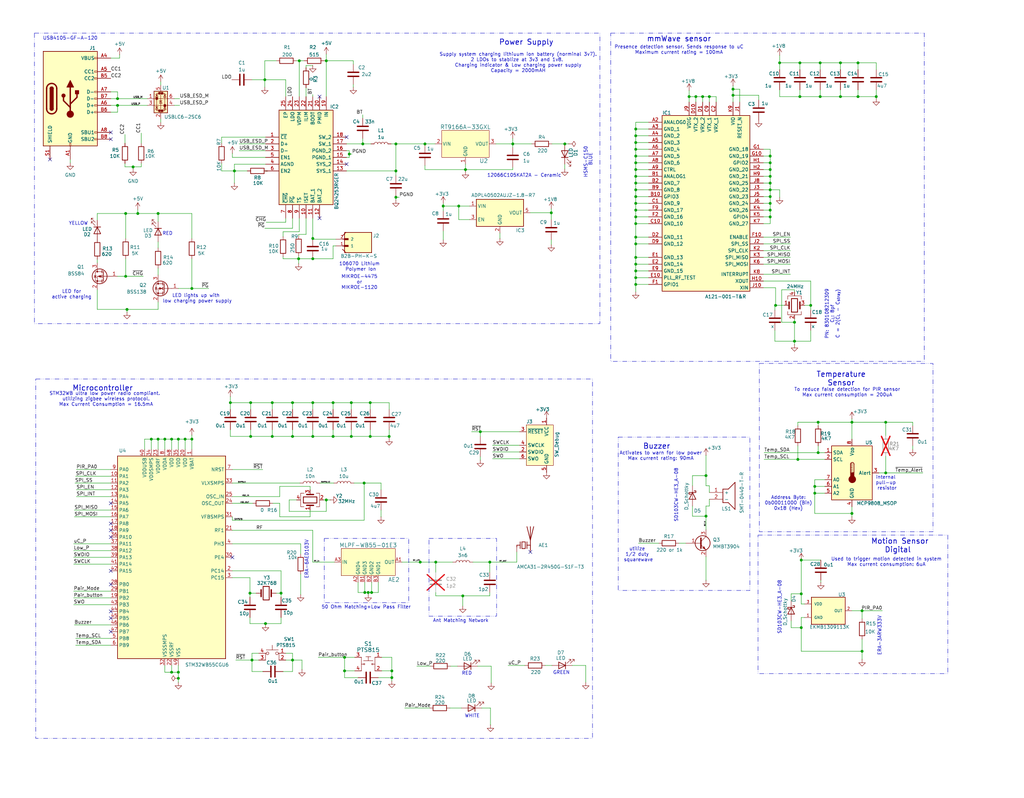
<source format=kicad_sch>
(kicad_sch (version 20250114) (generator "eeschema") (generator_version "9.0")
  (paper "User" 385 300)
  (title_block (title "Mmuo") (date "2025-10-29") (rev "1.0") (company "GeneMaris") (comment 1 "Zigbee End Device") (comment 2 "Motion Dection Device"))
  (rectangle (start 232.41 164.338) (end 281.94 221.996) (stroke (width 0) (type dash_dot_dot)))
  (rectangle (start 121.92 202.438) (end 153.67 226.568) (stroke (width 0) (type dash_dot_dot)))
  (rectangle (start 13.462 142.494) (end 222.758 277.622) (stroke (width 0) (type dash_dot_dot)))
  (rectangle (start 161.29 202.438) (end 186.69 231.648) (stroke (width 0) (type dash_dot_dot)))
  (rectangle (start 12.954 12.446) (end 225.552 121.666) (stroke (width 0) (type dash_dot_dot)))
  (rectangle (start 229.616 12.446) (end 347.472 135.89) (stroke (width 0) (type dash_dot_dot)))
  (rectangle (start 284.988 201.168) (end 356.362 253.238) (stroke (width 0) (type dash_dot_dot)))
  (rectangle (start 285.496 136.652) (end 350.774 199.898) (stroke (width 0) (type dash_dot_dot)))
  (text "RED" (at 62.992 87.884 0) (effects (font (size 1.27 1.27))))
  (text "Buzzer" (at 246.888 167.894 0) (effects (font (size 2 2) (thickness 0.254) (bold yes))))
  (text "YELLOW" (at 29.464 84.074 0) (effects (font (size 1.27 1.27))))
  (text "Address Byte:\n0b00011000 (Bin)\n0x18 (Hex)\n" (at 296.418 189.23 0) (effects (font (size 1.27 1.27))))
  (text "HSMS-C150" (at 220.218 60.96 90) (effects (font (size 1.27 1.27))))
  (text "12066C105KAT2A - Ceramic" (at 197.104 66.04 0) (effects (font (size 1.27 1.27))))
  (text "Motion Sensor\nDigital " (at 338.328 205.232 0) (effects (font (size 2 2) (thickness 0.254) (bold yes))))
  (text "Supply system charging lithiuum ion battery (norminal 3v7).\n2 LDOs to stablize at 3v3 and 1v8. \nCharging indicator & Low charging power supply\nCapacity = 2000mAH" (at 194.818 23.622 0) (effects (font (size 1.27 1.27))))
  (text "Temperature\nSensor" (at 316.23 142.494 0) (effects (font (size 2 2) (thickness 0.254) (bold yes))))
  (text "Microcontroller" (at 38.608 146.05 0) (effects (font (size 2 2) (thickness 0.254) (bold yes))))
  (text "LED lights up with \nlow charging power supply" (at 74.168 112.268 0) (effects (font (size 1.27 1.27))))
  (text "MIKROE-4475\nor\nMIKROE-1120" (at 135.128 106.172 0) (effects (font (size 1.27 1.27))))
  (text " LED for \nactive charging" (at 26.924 110.744 0) (effects (font (size 1.27 1.27))))
  (text "GREEN" (at 211.074 252.984 0) (effects (font (size 1.27 1.27))))
  (text "SD103CW-HE3_A-08" (at 293.116 228.346 90) (effects (font (size 1.27 1.27))))
  (text "utilize \n1/2 duty \nsquarewave" (at 240.03 208.534 0) (effects (font (size 1.27 1.27))))
  (text "Power Supply" (at 197.866 16.002 0) (effects (font (size 2 2) (thickness 0.254) (bold yes))))
  (text "106070 Lithium \nPolymer Ion" (at 135.636 100.33 0) (effects (font (size 1.27 1.27))))
  (text "ERA-3ARW333V" (at 330.708 239.014 90) (effects (font (size 1.27 1.27))))
  (text "Used to trigger motion detected in system\nMax current consumption: 6uA" (at 333.248 211.328 0) (effects (font (size 1.27 1.27))))
  (text "STM32WB ultra low power radio compliant. \nutilizing zigbee wireless protocol.\nMax Current Consumption = 16.5mA" (at 39.878 150.114 0) (effects (font (size 1.27 1.27))))
  (text "Activates to warn for low power\nMax current rating: 90mA" (at 248.412 171.45 0) (effects (font (size 1.27 1.27))))
  (text "50 Ohm Matching+Low Pass Filter\n" (at 137.668 228.346 0) (effects (font (size 1.27 1.27))))
  (text "Presence detection sensor. Sends response to uC\nMaximum current rating = 100mA" (at 255.27 18.796 0) (effects (font (size 1.27 1.27))))
  (text "SD103CW-HE3_A-08" (at 254.254 186.182 90) (effects (font (size 1.27 1.27))))
  (text "To reduce false detection for PIR sensor\nMax current consumption = 200uA" (at 318.516 147.574 0) (effects (font (size 1.27 1.27))))
  (text "Ant Matching Network\n" (at 173.228 233.426 0) (effects (font (size 1.27 1.27))))
  (text "BLUE" (at 221.996 59.944 90) (effects (font (size 1.27 1.27))))
  (text "mmWave sensor" (at 255.27 14.732 0) (effects (font (size 2 2) (thickness 0.254) (bold yes))))
  (text "RED" (at 175.514 253.238 0) (effects (font (size 1.27 1.27))))
  (text "internal \npull-up \nresistor" (at 333.502 181.61 0) (effects (font (size 1.27 1.27))))
  (text "ERA-6AED103V" (at 115.316 210.312 90) (effects (font (size 1.27 1.27))))
  (text "PN: 830108212309\nC_{L}: 8pf\nC = 2(C_{L} - C_{stray})" (at 312.928 118.11 90) (effects (font (size 1.27 1.27))))
  (text "WHITE" (at 177.546 269.24 0) (effects (font (size 1.27 1.27))))
  (text "USB4105-GF-A-120" (at 26.416 14.478 0) (effects (font (size 1.27 1.27))))
  (text "Digikey: 1528-1838-ND" (at 47.244 -31.242 0) (effects (font (size 1.27 1.27))))
  (junction (at 102.362 151.384))
  (junction (at 117.602 89.662))
  (junction (at 275.59 33.528))
  (junction (at 102.362 164.084))
  (junction (at 184.15 211.328))
  (junction (at 136.906 181.61))
  (junction (at 129.54 247.142))
  (junction (at 47.244 80.264))
  (junction (at 265.43 178.816))
  (junction (at 69.596 165.1))
  (junction (at 125.222 164.084))
  (junction (at 308.356 36.322))
  (junction (at 261.62 36.322))
  (junction (at 301.244 210.566))
  (junction (at 50.038 62.738))
  (junction (at 139.7 222.758))
  (junction (at 99.568 29.972))
  (junction (at 265.43 194.056))
  (junction (at 239.014 63.754))
  (junction (at 289.56 68.834))
  (junction (at 132.08 164.084))
  (junction (at 299.974 172.72))
  (junction (at 67.056 255.016))
  (junction (at 105.664 223.012))
  (junction (at 67.056 165.1))
  (junction (at 180.594 162.306))
  (junction (at 239.014 71.374))
  (junction (at 332.994 158.75))
  (junction (at 175.006 63.754))
  (junction (at 93.98 223.012))
  (junction (at 148.844 54.102))
  (junction (at 239.014 53.594))
  (junction (at 259.08 36.322))
  (junction (at 239.014 61.214))
  (junction (at 266.7 36.322))
  (junction (at 146.304 164.084))
  (junction (at 117.602 97.282))
  (junction (at 307.594 158.75))
  (junction (at 320.294 158.75))
  (junction (at 239.014 78.994))
  (junction (at 239.014 58.674))
  (junction (at 239.014 81.534))
  (junction (at 239.014 51.054))
  (junction (at 332.994 177.8))
  (junction (at 86.614 151.384))
  (junction (at 298.704 128.27))
  (junction (at 320.294 193.04))
  (junction (at 293.116 23.622))
  (junction (at 239.014 68.834))
  (junction (at 122.682 187.96))
  (junction (at 136.398 54.102))
  (junction (at 148.844 74.168))
  (junction (at 207.264 80.01))
  (junction (at 147.32 252.222))
  (junction (at 131.318 57.912))
  (junction (at 51.816 80.264))
  (junction (at 56.896 165.1))
  (junction (at 44.196 37.084))
  (junction (at 125.222 151.384))
  (junction (at 239.014 84.074))
  (junction (at 322.58 36.322))
  (junction (at 117.602 164.084))
  (junction (at 239.014 91.694))
  (junction (at 129.54 252.222))
  (junction (at 94.234 164.084))
  (junction (at 47.244 103.886))
  (junction (at 300.736 23.622))
  (junction (at 59.436 80.264))
  (junction (at 239.014 76.454))
  (junction (at 289.56 63.754))
  (junction (at 289.56 76.454))
  (junction (at 64.516 165.1))
  (junction (at 44.196 39.624))
  (junction (at 122.682 22.86))
  (junction (at 137.16 222.758))
  (junction (at 166.624 77.47))
  (junction (at 324.104 229.616))
  (junction (at 47.752 116.332))
  (junction (at 72.136 165.1))
  (junction (at 132.08 151.384))
  (junction (at 289.56 81.534))
  (junction (at 94.742 248.158))
  (junction (at 94.234 151.384))
  (junction (at 315.976 36.322))
  (junction (at 109.982 164.084))
  (junction (at 275.59 35.814))
  (junction (at 298.704 121.158))
  (junction (at 289.56 58.674))
  (junction (at 59.436 165.1))
  (junction (at 72.136 108.458))
  (junction (at 147.32 254.762))
  (junction (at 315.976 23.622))
  (junction (at 301.244 235.966))
  (junction (at 159.766 54.102))
  (junction (at 329.438 36.322))
  (junction (at 139.192 151.384))
  (junction (at 173.99 224.028))
  (junction (at 109.982 248.158))
  (junction (at 239.014 99.314))
  (junction (at 139.192 164.084))
  (junction (at 99.822 234.442))
  (junction (at 306.324 182.88))
  (junction (at 192.786 54.102))
  (junction (at 157.988 211.328))
  (junction (at 148.844 64.262))
  (junction (at 239.014 104.394))
  (junction (at 289.56 73.914))
  (junction (at 289.56 78.994))
  (junction (at 112.268 97.282))
  (junction (at 117.602 151.384))
  (junction (at 112.522 22.86))
  (junction (at 264.16 36.322))
  (junction (at 324.104 244.856))
  (junction (at 304.8 114.808))
  (junction (at 301.244 223.266))
  (junction (at 172.466 77.47))
  (junction (at 300.736 36.322))
  (junction (at 163.83 211.328))
  (junction (at 212.344 54.102))
  (junction (at 291.592 114.808))
  (junction (at 239.014 89.154))
  (junction (at 307.594 170.18))
  (junction (at 239.014 66.294))
  (junction (at 239.014 106.934))
  (junction (at 109.982 151.384))
  (junction (at 239.014 73.914))
  (junction (at 289.56 66.294))
  (junction (at 67.056 252.73))
  (junction (at 239.014 101.854))
  (junction (at 239.014 96.774))
  (junction (at 88.138 64.262))
  (junction (at 239.014 48.514))
  (junction (at 239.014 56.134))
  (junction (at 322.58 23.622))
  (junction (at 64.516 252.73))
  (junction (at 289.56 71.374))
  (junction (at 308.356 23.622))
  (junction (at 138.43 222.758))
  (junction (at 61.976 165.1))
  (junction (at 289.56 61.214))
  (junction (at 306.324 185.42))
  (no_connect (at 41.656 199.39))
  (no_connect (at 87.376 209.55))
  (no_connect (at 41.656 229.87))
  (no_connect (at 41.656 232.41))
  (no_connect (at 41.656 52.324))
  (no_connect (at 41.656 189.23))
  (no_connect (at 41.656 49.784))
  (no_connect (at 18.796 59.944))
  (no_connect (at 41.656 196.85))
  (no_connect (at 41.656 201.93))
  (no_connect (at 41.656 219.71))
  (no_connect (at 130.302 51.562))
  (no_connect (at 120.142 82.042))
  (no_connect (at 41.656 214.63))
  (no_connect (at 120.142 36.322))
  (no_connect (at 130.302 61.722))
  (no_connect (at 41.656 237.49))
  (no_connect (at 199.39 207.518))
  (wire (pts (xy 266.7 36.322) (xy 266.7 38.354)))
  (wire (pts (xy 320.294 158.75) (xy 320.294 165.1)))
  (wire (pts (xy 265.43 190.246) (xy 266.7 190.246)))
  (wire (pts (xy 67.056 165.1) (xy 64.516 165.1)))
  (wire (pts (xy 56.896 165.1) (xy 54.356 165.1)))
  (wire (pts (xy 239.014 99.314) (xy 239.014 101.854)))
  (wire (pts (xy 265.43 218.186) (xy 265.43 209.296)))
  (wire (pts (xy 134.62 222.758) (xy 137.16 222.758)))
  (wire (pts (xy 151.13 211.328) (xy 157.988 211.328)))
  (wire (pts (xy 108.712 192.278) (xy 122.682 192.278)))
  (wire (pts (xy 46.99 61.468) (xy 46.99 62.738)))
  (wire (pts (xy 239.014 73.914) (xy 243.84 73.914)))
  (wire (pts (xy 102.362 151.384) (xy 109.982 151.384)))
  (wire (pts (xy 46.99 50.546) (xy 46.99 53.848)))
  (wire (pts (xy 243.84 84.074) (xy 239.014 84.074)))
  (wire (pts (xy 50.038 62.738) (xy 50.038 63.5)))
  (wire (pts (xy 186.436 54.102) (xy 192.786 54.102)))
  (wire (pts (xy 275.59 33.528) (xy 275.59 35.814)))
  (wire (pts (xy 136.906 195.58) (xy 87.376 195.58)))
  (wire (pts (xy 297.434 223.266) (xy 301.244 223.266)))
  (wire (pts (xy 132.08 161.544) (xy 132.08 164.084)))
  (wire (pts (xy 172.466 77.47) (xy 172.466 82.55)))
  (wire (pts (xy 44.196 37.084) (xy 55.372 37.084)))
  (wire (pts (xy 136.398 52.07) (xy 136.398 54.102)))
  (wire (pts (xy 239.014 56.134) (xy 243.84 56.134)))
  (wire (pts (xy 293.878 121.158) (xy 298.704 121.158)))
  (wire (pts (xy 287.02 78.994) (xy 289.56 78.994)))
  (wire (pts (xy 83.312 64.262) (xy 88.138 64.262)))
  (wire (pts (xy 132.08 151.384) (xy 132.08 153.924)))
  (wire (pts (xy 204.978 250.19) (xy 207.518 250.19)))
  (wire (pts (xy 320.294 193.04) (xy 320.294 190.5)))
  (wire (pts (xy 184.404 266.192) (xy 181.102 266.192)))
  (wire (pts (xy 53.086 50.038) (xy 53.086 53.848)))
  (wire (pts (xy 259.08 34.036) (xy 259.08 36.322)))
  (wire (pts (xy 302.514 114.808) (xy 304.8 114.808)))
  (wire (pts (xy 112.268 97.282) (xy 112.268 96.266)))
  (wire (pts (xy 291.592 114.808) (xy 294.894 114.808)))
  (wire (pts (xy 343.154 167.64) (xy 343.154 168.91)))
  (wire (pts (xy 125.222 151.384) (xy 132.08 151.384)))
  (wire (pts (xy 60.452 44.704) (xy 60.452 45.974)))
  (wire (pts (xy 192.786 52.07) (xy 192.786 54.102)))
  (wire (pts (xy 192.786 54.102) (xy 192.786 55.372)))
  (wire (pts (xy 36.576 90.424) (xy 36.576 89.916)))
  (wire (pts (xy 133.096 181.61) (xy 136.906 181.61)))
  (wire (pts (xy 143.256 181.61) (xy 143.256 184.15)))
  (wire (pts (xy 324.104 244.856) (xy 324.104 247.904)))
  (wire (pts (xy 300.736 23.622) (xy 300.736 26.162)))
  (wire (pts (xy 152.146 266.192) (xy 161.544 266.192)))
  (wire (pts (xy 59.436 165.1) (xy 56.896 165.1)))
  (wire (pts (xy 239.014 71.374) (xy 243.84 71.374)))
  (wire (pts (xy 166.624 90.17) (xy 166.624 86.868)))
  (wire (pts (xy 320.294 157.48) (xy 320.294 158.75)))
  (wire (pts (xy 184.15 211.328) (xy 194.31 211.328)))
  (wire (pts (xy 297.18 91.694) (xy 287.02 91.694)))
  (wire (pts (xy 106.426 97.282) (xy 112.268 97.282)))
  (wire (pts (xy 298.704 128.27) (xy 298.704 121.158)))
  (wire (pts (xy 27.94 234.95) (xy 41.656 234.95)))
  (wire (pts (xy 147.32 247.142) (xy 147.32 252.222)))
  (wire (pts (xy 308.356 36.322) (xy 300.736 36.322)))
  (wire (pts (xy 67.564 39.624) (xy 65.532 39.624)))
  (wire (pts (xy 159.766 62.23) (xy 159.766 63.754)))
  (wire (pts (xy 324.104 240.284) (xy 324.104 244.856)))
  (wire (pts (xy 64.516 252.73) (xy 67.056 252.73)))
  (wire (pts (xy 289.56 58.674) (xy 289.56 61.214)))
  (wire (pts (xy 148.844 74.168) (xy 148.844 73.66)))
  (wire (pts (xy 239.014 61.214) (xy 243.84 61.214)))
  (wire (pts (xy 324.104 229.616) (xy 331.724 229.616)))
  (wire (pts (xy 146.304 161.544) (xy 146.304 164.084)))
  (wire (pts (xy 307.594 158.75) (xy 320.294 158.75)))
  (wire (pts (xy 239.014 51.054) (xy 243.84 51.054)))
  (wire (pts (xy 117.602 164.084) (xy 109.982 164.084)))
  (wire (pts (xy 105.664 223.012) (xy 105.664 224.536)))
  (wire (pts (xy 169.164 266.192) (xy 173.482 266.192)))
  (wire (pts (xy 44.196 37.084) (xy 41.656 37.084)))
  (wire (pts (xy 147.066 54.102) (xy 148.844 54.102)))
  (wire (pts (xy 293.116 23.622) (xy 293.116 26.162)))
  (wire (pts (xy 307.594 170.18) (xy 307.594 167.64)))
  (wire (pts (xy 105.156 186.69) (xy 105.156 182.88)))
  (wire (pts (xy 88.138 61.722) (xy 99.822 61.722)))
  (wire (pts (xy 239.014 56.134) (xy 239.014 58.674)))
  (wire (pts (xy 261.62 36.322) (xy 261.62 38.354)))
  (wire (pts (xy 163.83 211.328) (xy 163.83 215.138)))
  (wire (pts (xy 117.602 89.916) (xy 117.602 89.662)))
  (wire (pts (xy 64.516 165.1) (xy 64.516 168.91)))
  (wire (pts (xy 297.434 225.806) (xy 297.434 223.266)))
  (wire (pts (xy 28.448 179.07) (xy 41.656 179.07)))
  (wire (pts (xy 46.99 62.738) (xy 50.038 62.738)))
  (wire (pts (xy 89.916 56.642) (xy 99.822 56.642)))
  (wire (pts (xy 173.99 224.028) (xy 184.15 224.028)))
  (wire (pts (xy 297.18 94.234) (xy 287.02 94.234)))
  (wire (pts (xy 27.686 224.79) (xy 41.656 224.79)))
  (wire (pts (xy 78.486 108.458) (xy 72.136 108.458)))
  (wire (pts (xy 112.522 87.122) (xy 106.426 87.122)))
  (wire (pts (xy 239.014 48.514) (xy 243.84 48.514)))
  (wire (pts (xy 97.282 248.158) (xy 94.742 248.158)))
  (wire (pts (xy 287.02 63.754) (xy 289.56 63.754)))
  (wire (pts (xy 112.268 97.282) (xy 117.602 97.282)))
  (wire (pts (xy 129.54 247.142) (xy 119.634 247.142)))
  (wire (pts (xy 306.324 185.42) (xy 306.324 193.04)))
  (wire (pts (xy 306.324 193.04) (xy 320.294 193.04)))
  (wire (pts (xy 109.982 151.384) (xy 109.982 153.924)))
  (wire (pts (xy 112.522 22.86) (xy 114.3 22.86)))
  (wire (pts (xy 53.086 61.468) (xy 53.086 62.738)))
  (wire (pts (xy 166.624 79.248) (xy 166.624 77.47)))
  (wire (pts (xy 300.736 23.622) (xy 293.116 23.622)))
  (wire (pts (xy 239.014 66.294) (xy 239.014 68.834)))
  (wire (pts (xy 300.736 36.322) (xy 293.116 36.322)))
  (wire (pts (xy 83.312 51.562) (xy 83.312 53.848)))
  (wire (pts (xy 102.616 189.23) (xy 105.156 189.23)))
  (wire (pts (xy 289.56 61.214) (xy 289.56 63.754)))
  (wire (pts (xy 44.196 34.544) (xy 44.196 37.084)))
  (wire (pts (xy 107.442 82.042) (xy 107.442 83.566)))
  (wire (pts (xy 112.268 88.138) (xy 115.062 88.138)))
  (wire (pts (xy 137.16 218.948) (xy 137.16 222.758)))
  (wire (pts (xy 113.538 251.714) (xy 113.538 248.158)))
  (wire (pts (xy 139.192 151.384) (xy 146.304 151.384)))
  (wire (pts (xy 88.138 61.722) (xy 88.138 64.262)))
  (wire (pts (xy 109.982 248.158) (xy 109.982 252.476)))
  (wire (pts (xy 212.344 54.102) (xy 213.868 54.102)))
  (wire (pts (xy 266.7 182.626) (xy 266.7 185.166)))
  (wire (pts (xy 308.356 23.622) (xy 308.356 26.162)))
  (wire (pts (xy 289.56 68.834) (xy 289.56 71.374)))
  (wire (pts (xy 125.222 164.084) (xy 132.08 164.084)))
  (wire (pts (xy 289.56 71.374) (xy 289.56 73.914)))
  (wire (pts (xy 287.02 58.674) (xy 289.56 58.674)))
  (wire (pts (xy 192.786 54.102) (xy 199.898 54.102)))
  (wire (pts (xy 269.24 36.322) (xy 266.7 36.322)))
  (wire (pts (xy 184.15 211.328) (xy 184.15 215.138)))
  (wire (pts (xy 315.976 23.622) (xy 315.976 26.162)))
  (wire (pts (xy 289.56 63.754) (xy 289.56 66.294)))
  (wire (pts (xy 147.32 254.762) (xy 142.24 254.762)))
  (wire (pts (xy 287.02 81.534) (xy 289.56 81.534)))
  (wire (pts (xy 117.602 211.328) (xy 125.73 211.328)))
  (wire (pts (xy 93.98 217.17) (xy 93.98 223.012)))
  (wire (pts (xy 136.906 181.61) (xy 143.256 181.61)))
  (wire (pts (xy 102.362 151.384) (xy 102.362 153.924)))
  (wire (pts (xy 324.104 229.616) (xy 324.104 232.664)))
  (wire (pts (xy 185.166 167.386) (xy 195.326 167.386)))
  (wire (pts (xy 300.736 33.782) (xy 300.736 36.322)))
  (wire (pts (xy 109.982 164.084) (xy 109.982 161.544)))
  (wire (pts (xy 239.014 91.694) (xy 243.84 91.694)))
  (wire (pts (xy 207.264 78.486) (xy 207.264 80.01)))
  (wire (pts (xy 115.062 33.02) (xy 115.062 36.322)))
  (wire (pts (xy 139.192 153.924) (xy 139.192 151.384)))
  (wire (pts (xy 86.614 149.098) (xy 86.614 151.384)))
  (wire (pts (xy 166.624 76.454) (xy 166.624 77.47)))
  (wire (pts (xy 207.264 91.948) (xy 207.264 90.17)))
  (wire (pts (xy 148.844 74.168) (xy 150.114 74.168)))
  (wire (pts (xy 122.682 22.86) (xy 122.682 36.322)))
  (wire (pts (xy 59.436 116.332) (xy 47.752 116.332)))
  (wire (pts (xy 215.138 250.19) (xy 220.218 250.19)))
  (wire (pts (xy 132.08 151.384) (xy 139.192 151.384)))
  (wire (pts (xy 36.576 82.804) (xy 36.576 80.264)))
  (wire (pts (xy 94.234 151.384) (xy 102.362 151.384)))
  (wire (pts (xy 163.83 224.028) (xy 173.99 224.028)))
  (wire (pts (xy 105.664 214.63) (xy 105.664 223.012)))
  (wire (pts (xy 315.976 23.622) (xy 308.356 23.622)))
  (wire (pts (xy 239.014 109.728) (xy 239.014 106.934)))
  (wire (pts (xy 308.61 218.186) (xy 308.61 218.948)))
  (wire (pts (xy 125.222 164.084) (xy 117.602 164.084)))
  (wire (pts (xy 329.438 26.162) (xy 329.438 23.622)))
  (wire (pts (xy 131.318 57.912) (xy 131.318 59.182)))
  (wire (pts (xy 322.58 23.622) (xy 322.58 26.162)))
  (wire (pts (xy 287.02 108.204) (xy 291.592 108.204)))
  (wire (pts (xy 322.58 23.622) (xy 329.438 23.622)))
  (wire (pts (xy 94.742 29.972) (xy 99.568 29.972)))
  (wire (pts (xy 47.244 80.264) (xy 36.576 80.264)))
  (wire (pts (xy 59.436 165.1) (xy 59.436 168.91)))
  (wire (pts (xy 239.014 106.934) (xy 243.84 106.934)))
  (wire (pts (xy 87.376 214.63) (xy 105.664 214.63)))
  (wire (pts (xy 240.03 204.216) (xy 247.65 204.216)))
  (wire (pts (xy 343.154 160.02) (xy 343.154 158.75)))
  (wire (pts (xy 180.594 162.306) (xy 195.326 162.306)))
  (wire (pts (xy 122.682 187.96) (xy 121.666 187.96)))
  (wire (pts (xy 239.014 63.754) (xy 239.014 66.294)))
  (wire (pts (xy 265.43 190.246) (xy 265.43 194.056)))
  (wire (pts (xy 61.976 252.73) (xy 64.516 252.73)))
  (wire (pts (xy 86.614 161.544) (xy 86.614 164.084)))
  (wire (pts (xy 239.014 106.934) (xy 239.014 104.394)))
  (wire (pts (xy 293.116 74.168) (xy 293.116 71.374)))
  (wire (pts (xy 239.014 68.834) (xy 243.84 68.834)))
  (wire (pts (xy 105.156 189.23) (xy 105.156 194.31)))
  (wire (pts (xy 125.222 151.384) (xy 125.222 153.924)))
  (wire (pts (xy 179.578 250.444) (xy 184.658 250.444)))
  (wire (pts (xy 72.136 165.1) (xy 69.596 165.1)))
  (wire (pts (xy 54.356 168.91) (xy 54.356 165.1)))
  (wire (pts (xy 146.304 164.084) (xy 146.304 164.846)))
  (wire (pts (xy 184.658 250.444) (xy 184.658 256.794)))
  (wire (pts (xy 298.704 129.54) (xy 298.704 128.27)))
  (wire (pts (xy 53.848 103.886) (xy 47.244 103.886)))
  (wire (pts (xy 41.656 209.55) (xy 27.686 209.55)))
  (wire (pts (xy 60.452 30.734) (xy 60.452 32.004)))
  (wire (pts (xy 87.376 176.53) (xy 98.806 176.53)))
  (wire (pts (xy 117.602 199.39) (xy 117.602 211.328)))
  (wire (pts (xy 320.294 158.75) (xy 332.994 158.75)))
  (wire (pts (xy 44.196 42.164) (xy 41.656 42.164)))
  (wire (pts (xy 239.014 73.914) (xy 239.014 76.454)))
  (wire (pts (xy 289.56 56.134) (xy 289.56 58.674)))
  (wire (pts (xy 308.356 23.622) (xy 300.736 23.622)))
  (wire (pts (xy 94.234 164.084) (xy 102.362 164.084)))
  (wire (pts (xy 94.234 161.544) (xy 94.234 164.084)))
  (wire (pts (xy 239.014 89.154) (xy 239.014 91.694)))
  (wire (pts (xy 87.376 189.23) (xy 94.996 189.23)))
  (wire (pts (xy 87.376 199.39) (xy 117.602 199.39)))
  (wire (pts (xy 139.7 222.758) (xy 142.24 222.758)))
  (wire (pts (xy 159.766 54.102) (xy 163.576 54.102)))
  (wire (pts (xy 89.916 54.102) (xy 99.822 54.102)))
  (wire (pts (xy 138.43 223.52) (xy 138.43 222.758)))
  (wire (pts (xy 113.03 204.47) (xy 113.03 208.28)))
  (wire (pts (xy 287.02 71.374) (xy 289.56 71.374)))
  (wire (pts (xy 130.302 64.262) (xy 148.844 64.262)))
  (wire (pts (xy 332.994 171.45) (xy 332.994 177.8)))
  (wire (pts (xy 308.356 33.782) (xy 308.356 36.322)))
  (wire (pts (xy 93.98 217.17) (xy 87.376 217.17)))
  (wire (pts (xy 129.54 247.142) (xy 129.54 252.222)))
  (wire (pts (xy 239.014 81.534) (xy 243.84 81.534)))
  (wire (pts (xy 132.08 164.084) (xy 139.192 164.084)))
  (wire (pts (xy 297.434 235.966) (xy 301.244 235.966)))
  (wire (pts (xy 27.686 207.01) (xy 41.656 207.01)))
  (wire (pts (xy 299.974 158.75) (xy 307.594 158.75)))
  (wire (pts (xy 166.624 77.47) (xy 172.466 77.47)))
  (wire (pts (xy 133.35 247.142) (xy 129.54 247.142)))
  (wire (pts (xy 239.014 78.994) (xy 243.84 78.994)))
  (wire (pts (xy 304.8 116.586) (xy 304.8 114.808)))
  (wire (pts (xy 260.35 182.626) (xy 260.35 178.816)))
  (wire (pts (xy 185.166 169.926) (xy 195.326 169.926)))
  (wire (pts (xy 47.752 117.348) (xy 47.752 116.332)))
  (wire (pts (xy 287.02 66.294) (xy 289.56 66.294)))
  (wire (pts (xy 264.16 36.322) (xy 264.16 38.354)))
  (wire (pts (xy 105.156 182.88) (xy 116.586 182.88)))
  (wire (pts (xy 266.7 36.322) (xy 264.16 36.322)))
  (wire (pts (xy 287.02 61.214) (xy 289.56 61.214)))
  (wire (pts (xy 207.518 54.102) (xy 212.344 54.102)))
  (wire (pts (xy 59.436 100.838) (xy 59.436 103.378)))
  (wire (pts (xy 133.35 252.222) (xy 129.54 252.222)))
  (wire (pts (xy 99.822 64.262) (xy 100.584 64.262)))
  (wire (pts (xy 265.43 178.816) (xy 265.43 171.196)))
  (wire (pts (xy 156.718 250.444) (xy 161.798 250.444)))
  (wire (pts (xy 41.656 212.09) (xy 27.686 212.09)))
  (wire (pts (xy 287.274 170.18) (xy 307.594 170.18)))
  (wire (pts (xy 260.35 190.246) (xy 260.35 194.056)))
  (wire (pts (xy 255.27 204.216) (xy 257.81 204.216)))
  (wire (pts (xy 184.404 272.542) (xy 184.404 266.192)))
  (wire (pts (xy 111.506 187.96) (xy 108.712 187.96)))
  (wire (pts (xy 47.244 89.662) (xy 47.244 80.264)))
  (wire (pts (xy 100.076 83.566) (xy 107.442 83.566)))
  (wire (pts (xy 239.014 51.054) (xy 239.014 53.594)))
  (wire (pts (xy 239.014 84.074) (xy 239.014 89.154)))
  (wire (pts (xy 122.682 192.278) (xy 122.682 187.96)))
  (wire (pts (xy 109.982 248.158) (xy 107.442 248.158)))
  (wire (pts (xy 177.292 162.306) (xy 180.594 162.306)))
  (wire (pts (xy 243.84 76.454) (xy 239.014 76.454)))
  (wire (pts (xy 306.324 185.42) (xy 310.134 185.42)))
  (wire (pts (xy 93.98 234.442) (xy 99.822 234.442)))
  (wire (pts (xy 116.586 191.77) (xy 116.586 194.31)))
  (wire (pts (xy 125.476 181.61) (xy 120.396 181.61)))
  (wire (pts (xy 287.274 172.72) (xy 299.974 172.72)))
  (wire (pts (xy 320.294 229.616) (xy 324.104 229.616)))
  (wire (pts (xy 117.602 151.384) (xy 109.982 151.384)))
  (wire (pts (xy 103.886 22.86) (xy 99.568 22.86)))
  (wire (pts (xy 322.58 23.622) (xy 315.976 23.622)))
  (wire (pts (xy 125.222 151.384) (xy 117.602 151.384)))
  (wire (pts (xy 122.682 20.32) (xy 122.682 22.86)))
  (wire (pts (xy 94.234 153.924) (xy 94.234 151.384)))
  (wire (pts (xy 99.568 85.852) (xy 109.982 85.852)))
  (wire (pts (xy 239.014 76.454) (xy 239.014 78.994)))
  (wire (pts (xy 307.594 170.18) (xy 310.134 170.18)))
  (wire (pts (xy 239.014 45.974) (xy 239.014 48.514)))
  (wire (pts (xy 239.014 63.754) (xy 239.014 61.214)))
  (wire (pts (xy 132.842 22.86) (xy 122.682 22.86)))
  (wire (pts (xy 130.302 56.642) (xy 131.318 56.642)))
  (wire (pts (xy 299.974 160.02) (xy 299.974 158.75)))
  (wire (pts (xy 146.304 151.384) (xy 146.304 153.924)))
  (wire (pts (xy 239.014 58.674) (xy 243.84 58.674)))
  (wire (pts (xy 320.294 194.31) (xy 320.294 193.04)))
  (wire (pts (xy 301.244 232.156) (xy 302.514 232.156)))
  (wire (pts (xy 148.844 75.184) (xy 148.844 74.168)))
  (wire (pts (xy 28.448 240.03) (xy 41.656 240.03)))
  (wire (pts (xy 147.32 252.222) (xy 143.51 252.222)))
  (wire (pts (xy 289.56 76.454) (xy 289.56 78.994)))
  (wire (pts (xy 28.702 176.53) (xy 41.656 176.53)))
  (wire (pts (xy 61.976 250.19) (xy 61.976 252.73)))
  (wire (pts (xy 175.006 63.754) (xy 192.786 63.754)))
  (wire (pts (xy 64.516 165.1) (xy 61.976 165.1)))
  (wire (pts (xy 184.15 211.328) (xy 177.8 211.328)))
  (wire (pts (xy 239.014 71.374) (xy 239.014 73.914)))
  (wire (pts (xy 332.994 158.75) (xy 343.154 158.75)))
  (wire (pts (xy 297.18 96.774) (xy 287.02 96.774)))
  (wire (pts (xy 105.156 194.31) (xy 116.586 194.31)))
  (wire (pts (xy 260.35 178.816) (xy 265.43 178.816)))
  (wire (pts (xy 83.312 61.468) (xy 83.312 64.262)))
  (wire (pts (xy 87.376 57.658) (xy 87.376 59.182)))
  (wire (pts (xy 27.686 222.25) (xy 41.656 222.25)))
  (wire (pts (xy 72.136 80.264) (xy 59.436 80.264)))
  (wire (pts (xy 239.014 101.854) (xy 239.014 104.394)))
  (wire (pts (xy 107.442 245.618) (xy 109.982 245.618)))
  (wire (pts (xy 112.776 181.61) (xy 87.376 181.61)))
  (wire (pts (xy 306.324 182.88) (xy 306.324 185.42)))
  (wire (pts (xy 94.742 248.158) (xy 88.646 248.158)))
  (wire (pts (xy 72.136 163.576) (xy 72.136 165.1)))
  (wire (pts (xy 109.982 82.042) (xy 109.982 85.852)))
  (wire (pts (xy 59.436 116.332) (xy 59.436 113.538)))
  (wire (pts (xy 298.704 108.966) (xy 293.878 108.966)))
  (wire (pts (xy 108.712 187.96) (xy 108.712 192.278)))
  (wire (pts (xy 111.506 22.86) (xy 112.522 22.86)))
  (wire (pts (xy 287.02 68.834) (xy 289.56 68.834)))
  (wire (pts (xy 87.376 195.58) (xy 87.376 194.31)))
  (wire (pts (xy 59.436 90.932) (xy 59.436 93.218)))
  (wire (pts (xy 289.56 81.534) (xy 289.56 84.074)))
  (wire (pts (xy 239.014 68.834) (xy 239.014 71.374)))
  (wire (pts (xy 243.84 45.974) (xy 239.014 45.974)))
  (wire (pts (xy 134.62 254.762) (xy 129.54 254.762)))
  (wire (pts (xy 113.538 248.158) (xy 109.982 248.158)))
  (wire (pts (xy 220.218 250.19) (xy 220.218 256.54)))
  (wire (pts (xy 239.014 96.774) (xy 243.84 96.774)))
  (wire (pts (xy 112.522 36.322) (xy 112.522 22.86)))
  (wire (pts (xy 99.822 51.562) (xy 83.312 51.562)))
  (wire (pts (xy 53.086 62.738) (xy 50.038 62.738)))
  (wire (pts (xy 130.302 54.102) (xy 136.398 54.102)))
  (wire (pts (xy 301.244 210.566) (xy 301.244 223.266)))
  (wire (pts (xy 99.568 29.972) (xy 99.568 32.766)))
  (wire (pts (xy 243.84 66.294) (xy 239.014 66.294)))
  (wire (pts (xy 297.18 89.154) (xy 287.02 89.154)))
  (wire (pts (xy 72.136 108.458) (xy 67.056 108.458)))
  (wire (pts (xy 163.83 222.758) (xy 163.83 224.028)))
  (wire (pts (xy 278.13 38.354) (xy 278.13 33.528)))
  (wire (pts (xy 322.58 33.782) (xy 322.58 36.322)))
  (wire (pts (xy 102.362 164.084) (xy 109.982 164.084)))
  (wire (pts (xy 147.32 247.142) (xy 143.51 247.142)))
  (wire (pts (xy 117.602 89.916) (xy 126.238 89.916)))
  (wire (pts (xy 72.136 97.282) (xy 72.136 108.458)))
  (wire (pts (xy 199.39 80.01) (xy 207.264 80.01)))
  (wire (pts (xy 99.822 59.182) (xy 87.376 59.182)))
  (wire (pts (xy 125.222 97.282) (xy 117.602 97.282)))
  (wire (pts (xy 94.742 248.158) (xy 94.742 252.476)))
  (wire (pts (xy 61.976 165.1) (xy 61.976 168.91)))
  (wire (pts (xy 148.844 66.04) (xy 148.844 64.262)))
  (wire (pts (xy 243.84 63.754) (xy 239.014 63.754)))
  (wire (pts (xy 180.594 171.704) (xy 180.594 172.974)))
  (wire (pts (xy 117.602 82.042) (xy 117.602 89.662)))
  (wire (pts (xy 307.594 160.02) (xy 307.594 158.75)))
  (wire (pts (xy 28.702 184.15) (xy 41.656 184.15)))
  (wire (pts (xy 117.602 161.544) (xy 117.602 164.084)))
  (wire (pts (xy 36.576 108.966) (xy 36.576 116.332)))
  (wire (pts (xy 67.564 37.084) (xy 65.532 37.084)))
  (wire (pts (xy 125.222 92.456) (xy 125.222 97.282)))
  (wire (pts (xy 239.014 104.394) (xy 243.84 104.394)))
  (wire (pts (xy 47.244 103.886) (xy 44.196 103.886)))
  (wire (pts (xy 293.116 20.828) (xy 293.116 23.622)))
  (wire (pts (xy 291.338 114.808) (xy 291.592 114.808)))
  (wire (pts (xy 260.35 194.056) (xy 265.43 194.056)))
  (wire (pts (xy 301.244 235.966) (xy 301.244 244.856)))
  (wire (pts (xy 239.014 81.534) (xy 239.014 84.074)))
  (wire (pts (xy 59.436 80.264) (xy 59.436 83.312)))
  (wire (pts (xy 239.014 96.774) (xy 239.014 99.314)))
  (wire (pts (xy 275.59 35.814) (xy 275.59 38.354)))
  (wire (pts (xy 130.302 59.182) (xy 131.318 59.182)))
  (wire (pts (xy 265.43 178.816) (xy 265.43 182.626)))
  (wire (pts (xy 304.8 128.27) (xy 298.704 128.27)))
  (wire (pts (xy 115.062 24.638) (xy 117.602 24.638)))
  (wire (pts (xy 116.586 182.88) (xy 116.586 184.15)))
  (wire (pts (xy 301.244 227.076) (xy 302.514 227.076)))
  (wire (pts (xy 56.896 165.1) (xy 56.896 168.91)))
  (wire (pts (xy 315.976 36.322) (xy 308.356 36.322)))
  (wire (pts (xy 301.244 210.566) (xy 308.61 210.566)))
  (wire (pts (xy 269.24 38.354) (xy 269.24 36.322)))
  (wire (pts (xy 293.116 71.374) (xy 289.56 71.374)))
  (wire (pts (xy 61.976 165.1) (xy 59.436 165.1)))
  (wire (pts (xy 122.682 187.96) (xy 124.206 187.96)))
  (wire (pts (xy 125.222 161.544) (xy 125.222 164.084)))
  (wire (pts (xy 112.522 82.042) (xy 112.522 87.122)))
  (wire (pts (xy 293.878 108.966) (xy 293.878 121.158)))
  (wire (pts (xy 322.58 36.322) (xy 329.438 36.322)))
  (wire (pts (xy 301.244 244.856) (xy 324.104 244.856)))
  (wire (pts (xy 106.426 87.122) (xy 106.426 88.9)))
  (wire (pts (xy 51.816 78.74) (xy 51.816 80.264)))
  (wire (pts (xy 187.96 89.662) (xy 187.96 87.63)))
  (wire (pts (xy 304.8 105.664) (xy 304.8 114.808)))
  (wire (pts (xy 126.238 92.456) (xy 125.222 92.456)))
  (wire (pts (xy 96.266 223.012) (xy 93.98 223.012)))
  (wire (pts (xy 109.982 252.476) (xy 106.426 252.476)))
  (wire (pts (xy 27.94 191.77) (xy 41.656 191.77)))
  (wire (pts (xy 243.84 53.594) (xy 239.014 53.594)))
  (wire (pts (xy 121.92 22.86) (xy 122.682 22.86)))
  (wire (pts (xy 289.56 84.074) (xy 287.02 84.074)))
  (wire (pts (xy 239.014 78.994) (xy 239.014 81.534)))
  (wire (pts (xy 291.592 108.204) (xy 291.592 114.808)))
  (wire (pts (xy 142.24 218.948) (xy 142.24 222.758)))
  (wire (pts (xy 26.416 59.944) (xy 26.416 61.214)))
  (wire (pts (xy 28.194 181.61) (xy 41.656 181.61)))
  (wire (pts (xy 259.08 36.322) (xy 259.08 38.354)))
  (wire (pts (xy 44.958 21.844) (xy 41.656 21.844)))
  (wire (pts (xy 86.614 164.084) (xy 94.234 164.084)))
  (wire (pts (xy 287.02 76.454) (xy 289.56 76.454)))
  (wire (pts (xy 94.742 252.476) (xy 98.806 252.476)))
  (wire (pts (xy 310.134 180.34) (xy 306.324 180.34)))
  (wire (pts (xy 87.376 186.69) (xy 105.156 186.69)))
  (wire (pts (xy 107.442 36.322) (xy 107.442 29.972)))
  (wire (pts (xy 192.786 62.992) (xy 192.786 63.754)))
  (wire (pts (xy 275.59 32.258) (xy 275.59 33.528)))
  (wire (pts (xy 297.18 103.124) (xy 287.02 103.124)))
  (wire (pts (xy 36.576 97.536) (xy 36.576 98.806)))
  (wire (pts (xy 115.062 25.4) (xy 115.062 24.638)))
  (wire (pts (xy 239.014 48.514) (xy 239.014 51.054)))
  (wire (pts (xy 322.58 36.322) (xy 315.976 36.322)))
  (wire (pts (xy 239.014 101.854) (xy 243.84 101.854)))
  (wire (pts (xy 136.398 43.18) (xy 136.398 44.45)))
  (wire (pts (xy 315.976 33.782) (xy 315.976 36.322)))
  (wire (pts (xy 147.32 252.222) (xy 147.32 254.762)))
  (wire (pts (xy 103.886 223.012) (xy 105.664 223.012)))
  (wire (pts (xy 265.43 182.626) (xy 266.7 182.626)))
  (wire (pts (xy 112.268 99.06) (xy 112.268 97.282)))
  (wire (pts (xy 113.03 215.9) (xy 113.03 223.52)))
  (wire (pts (xy 28.448 242.57) (xy 41.656 242.57)))
  (wire (pts (xy 27.94 194.31) (xy 41.656 194.31)))
  (wire (pts (xy 132.842 31.75) (xy 132.842 32.766)))
  (wire (pts (xy 175.006 63.754) (xy 159.766 63.754)))
  (wire (pts (xy 172.466 82.55) (xy 176.53 82.55)))
  (wire (pts (xy 72.136 168.91) (xy 72.136 165.1)))
  (wire (pts (xy 139.192 161.544) (xy 139.192 164.084)))
  (wire (pts (xy 297.434 233.426) (xy 297.434 235.966)))
  (wire (pts (xy 306.324 180.34) (xy 306.324 182.88)))
  (wire (pts (xy 289.56 78.994) (xy 289.56 81.534)))
  (wire (pts (xy 51.816 80.264) (xy 47.244 80.264)))
  (wire (pts (xy 332.994 177.8) (xy 346.964 177.8)))
  (wire (pts (xy 106.426 96.52) (xy 106.426 97.282)))
  (wire (pts (xy 306.324 182.88) (xy 310.134 182.88)))
  (wire (pts (xy 41.656 34.544) (xy 44.196 34.544)))
  (wire (pts (xy 69.596 165.1) (xy 67.056 165.1)))
  (wire (pts (xy 239.014 58.674) (xy 239.014 61.214)))
  (wire (pts (xy 291.338 128.27) (xy 298.704 128.27)))
  (wire (pts (xy 293.116 36.322) (xy 293.116 33.782)))
  (wire (pts (xy 88.138 64.262) (xy 88.138 68.834)))
  (wire (pts (xy 67.056 250.19) (xy 67.056 252.73)))
  (wire (pts (xy 243.84 89.154) (xy 239.014 89.154)))
  (wire (pts (xy 207.264 80.01) (xy 207.264 82.55)))
  (wire (pts (xy 136.398 54.102) (xy 139.446 54.102)))
  (wire (pts (xy 86.614 151.384) (xy 94.234 151.384)))
  (wire (pts (xy 301.244 232.156) (xy 301.244 235.966)))
  (wire (pts (xy 131.318 57.912) (xy 132.334 57.912)))
  (wire (pts (xy 44.196 39.624) (xy 55.372 39.624)))
  (wire (pts (xy 143.256 191.77) (xy 143.256 194.31)))
  (wire (pts (xy 67.056 165.1) (xy 67.056 168.91)))
  (wire (pts (xy 47.244 97.282) (xy 47.244 103.886)))
  (wire (pts (xy 265.43 194.056) (xy 265.43 199.136)))
  (wire (pts (xy 289.56 66.294) (xy 289.56 68.834)))
  (wire (pts (xy 184.15 224.028) (xy 184.15 222.758)))
  (wire (pts (xy 134.62 218.948) (xy 134.62 222.758)))
  (wire (pts (xy 112.268 88.138) (xy 112.268 88.646)))
  (wire (pts (xy 299.974 172.72) (xy 299.974 167.64)))
  (wire (pts (xy 47.752 116.332) (xy 36.576 116.332)))
  (wire (pts (xy 139.7 218.948) (xy 139.7 222.758)))
  (wire (pts (xy 69.596 165.1) (xy 69.596 168.91)))
  (wire (pts (xy 67.056 252.73) (xy 67.056 255.016)))
  (wire (pts (xy 115.062 88.138) (xy 115.062 82.042)))
  (wire (pts (xy 175.006 63.754) (xy 175.006 64.516)))
  (wire (pts (xy 28.702 186.69) (xy 41.656 186.69)))
  (wire (pts (xy 170.18 211.328) (xy 163.83 211.328)))
  (wire (pts (xy 289.56 73.914) (xy 289.56 76.454)))
  (wire (pts (xy 194.31 207.518) (xy 194.31 211.328)))
  (wire (pts (xy 117.602 151.384) (xy 117.602 153.924)))
  (wire (pts (xy 332.994 177.8) (xy 330.454 177.8)))
  (wire (pts (xy 175.006 61.722) (xy 175.006 63.754)))
  (wire (pts (xy 88.138 64.262) (xy 92.964 64.262)))
  (wire (pts (xy 266.7 190.246) (xy 266.7 187.706)))
  (wire (pts (xy 99.568 22.86) (xy 99.568 29.972)))
  (wire (pts (xy 287.02 56.134) (xy 289.56 56.134)))
  (wire (pts (xy 97.282 245.618) (xy 94.742 245.618)))
  (wire (pts (xy 285.242 35.814) (xy 275.59 35.814)))
  (wire (pts (xy 239.014 99.314) (xy 243.84 99.314)))
  (wire (pts (xy 67.056 255.016) (xy 67.056 256.54)))
  (wire (pts (xy 299.974 172.72) (xy 310.134 172.72)))
  (wire (pts (xy 59.436 80.264) (xy 51.816 80.264)))
  (wire (pts (xy 41.656 227.33) (xy 27.686 227.33)))
  (wire (pts (xy 41.656 39.624) (xy 44.196 39.624)))
  (wire (pts (xy 278.13 33.528) (xy 275.59 33.528)))
  (wire (pts (xy 86.614 151.384) (xy 86.614 153.924)))
  (wire (pts (xy 138.43 222.758) (xy 139.7 222.758)))
  (wire (pts (xy 180.594 162.306) (xy 180.594 164.084)))
  (wire (pts (xy 87.376 204.47) (xy 113.03 204.47)))
  (wire (pts (xy 147.32 256.032) (xy 147.32 254.762)))
  (wire (pts (xy 291.338 116.586) (xy 291.338 114.808)))
  (wire (pts (xy 173.99 224.028) (xy 173.99 227.838)))
  (wire (pts (xy 137.16 222.758) (xy 138.43 222.758)))
  (wire (pts (xy 99.822 234.442) (xy 105.664 234.442)))
  (wire (pts (xy 239.014 91.694) (xy 239.014 96.774)))
  (wire (pts (xy 239.014 53.594) (xy 239.014 56.134)))
  (wire (pts (xy 297.18 99.314) (xy 287.02 99.314)))
  (wire (pts (xy 157.988 211.074) (xy 157.988 211.328)))
  (wire (pts (xy 332.994 158.75) (xy 332.994 163.83)))
  (wire (pts (xy 44.958 20.574) (xy 44.958 21.844)))
  (wire (pts (xy 287.02 105.664) (xy 304.8 105.664)))
  (wire (pts (xy 136.906 195.58) (xy 136.906 181.61)))
  (wire (pts (xy 72.136 89.662) (xy 72.136 80.264)))
  (wire (pts (xy 159.766 54.102) (xy 159.766 54.61)))
  (wire (pts (xy 329.438 36.322) (xy 329.438 37.084)))
  (wire (pts (xy 285.242 37.592) (xy 285.242 35.814)))
  (wire (pts (xy 27.686 204.47) (xy 41.656 204.47)))
  (wire (pts (xy 117.602 35.56) (xy 117.602 36.322)))
  (wire (pts (xy 132.842 24.13) (xy 132.842 22.86)))
  (wire (pts (xy 264.16 36.322) (xy 261.62 36.322)))
  (wire (pts (xy 298.704 119.888) (xy 298.704 121.158)))
  (wire (pts (xy 99.822 234.696) (xy 99.822 234.442)))
  (wire (pts (xy 287.02 73.914) (xy 289.56 73.914)))
  (wire (pts (xy 131.318 56.642) (xy 131.318 57.912)))
  (wire (pts (xy 64.516 250.19) (xy 64.516 252.73)))
  (wire (pts (xy 148.844 64.262) (xy 148.844 54.102)))
  (wire (pts (xy 176.53 77.47) (xy 172.466 77.47)))
  (wire (pts (xy 185.166 172.466) (xy 195.326 172.466)))
  (wire (pts (xy 191.008 250.19) (xy 197.358 250.19)))
  (wire (pts (xy 44.196 39.624) (xy 44.196 42.164)))
  (wire (pts (xy 301.244 223.266) (xy 301.244 227.076)))
  (wire (pts (xy 102.362 161.544) (xy 102.362 164.084)))
  (wire (pts (xy 261.62 36.322) (xy 259.08 36.322)))
  (wire (pts (xy 94.742 245.618) (xy 94.742 248.158)))
  (wire (pts (xy 169.418 250.444) (xy 171.958 250.444)))
  (wire (pts (xy 329.438 33.782) (xy 329.438 36.322)))
  (wire (pts (xy 298.704 109.728) (xy 298.704 108.966)))
  (wire (pts (xy 105.664 234.442) (xy 105.664 232.156)))
  (wire (pts (xy 93.98 223.012) (xy 93.98 224.536)))
  (wire (pts (xy 291.338 124.206) (xy 291.338 128.27)))
  (wire (pts (xy 129.54 252.222) (xy 129.54 254.762)))
  (wire (pts (xy 109.982 245.618) (xy 109.982 248.158)))
  (wire (pts (xy 93.98 232.156) (xy 93.98 234.442)))
  (wire (pts (xy 139.192 164.084) (xy 146.304 164.084)))
  (wire (pts (xy 148.844 54.102) (xy 159.766 54.102)))
  (wire (pts (xy 212.344 63.5) (xy 212.344 61.722)))
  (wire (pts (xy 304.8 124.206) (xy 304.8 128.27)))
  (wire (pts (xy 107.442 29.972) (xy 99.568 29.972)))
  (wire (pts (xy 157.988 211.328) (xy 163.83 211.328)))
  (label "uC_P" (at 191.008 250.19 0))
  (label "SPI_CLK" (at 28.448 179.07 0))
  (label "Temp_SCL" (at 28.448 240.03 0))
  (label "PIR_PA0" (at 331.724 229.616 180))
  (label "LDO" (at 87.122 29.972 180))
  (label "BT" (at 117.602 35.56 90))
  (label "SWCLK" (at 27.686 212.09 0))
  (label "~{PG}" (at 99.568 85.852 180))
  (label "Buzzer" (at 27.94 234.95 0))
  (label "CC2" (at 41.656 29.464 0))
  (label "SWO" (at 185.166 172.466 0))
  (label "SPI_EN" (at 28.702 184.15 0))
  (label "SPI_MOSI" (at 297.18 99.314 180))
  (label "CC1" (at 53.086 50.038 90))
  (label "Low_P" (at 27.686 207.01 0))
  (label "BZ_N" (at 265.43 197.866 90) (effects (font (size 0.5 0.5))))
  (label "BT" (at 136.398 43.18 180))
  (label "PGND" (at 150.114 74.168 0))
  (label "SPI_SS" (at 28.194 181.61 0))
  (label "USB_ESD_M" (at 67.564 37.084 0))
  (label "Low_P" (at 156.718 250.444 0))
  (label "Pair_Mode" (at 27.686 222.25 0))
  (label "SPI_MISO" (at 27.94 191.77 0))
  (label "Temp_SDA" (at 28.448 242.57 0))
  (label "SPI_MISO" (at 297.18 96.774 180))
  (label "SPI_EN" (at 297.18 89.154 180))
  (label "Pair_button" (at 119.634 247.142 0))
  (label "SMPSFB" (at 91.186 195.58 180) (effects (font (size 0.5 0.5))))
  (label "HSE_OUT" (at 93.726 189.23 180) (effects (font (size 0.5 0.5))))
  (label "~{Temp_Alert}" (at 346.964 177.8 180))
  (label "RF_in" (at 120.142 211.328 180) (effects (font (size 0.5 0.5))))
  (label "PIR_PA0" (at 28.702 176.53 0))
  (label "SWDIO" (at 185.166 169.926 0))
  (label "CC1" (at 41.656 26.924 0))
  (label "SMPSLX2" (at 124.206 181.61 180) (effects (font (size 0.5 0.5))))
  (label "~{RST}" (at 177.292 162.306 0))
  (label "USB_P" (at 49.276 39.624 0) (effects (font (size 0.7 0.7))))
  (label "~{PG}" (at 78.486 108.458 180))
  (label "RF_LPF" (at 157.988 211.074 180) (effects (font (size 0.5 0.5))))
  (label "USB_ESD_P" (at 67.564 39.624 0))
  (label "~{RST}" (at 88.646 248.158 0))
  (label "SWO" (at 27.686 227.33 0))
  (label "HSE_IN" (at 93.726 186.69 180) (effects (font (size 0.5 0.5))))
  (label "SPI_CLK" (at 297.18 94.234 180))
  (label "Buzzer" (at 240.03 204.216 0))
  (label "LDO" (at 109.982 36.322 90))
  (label "SPI_INT" (at 297.18 103.124 180))
  (label "USB_ESD_M" (at 89.916 56.642 0))
  (label "Pair_Mode" (at 152.146 266.192 0))
  (label "USB_ESD_P" (at 89.916 54.102 0))
  (label "RF" (at 96.266 199.39 0))
  (label "~{CHG}" (at 53.848 103.886 180))
  (label "USB_M" (at 50.038 37.084 0) (effects (font (size 0.7 0.7))))
  (label "SWCLK" (at 185.166 167.386 0))
  (label "RF_ANT" (at 190.5 211.328 180) (effects (font (size 0.5 0.5))))
  (label "Temp_SDA" (at 287.274 170.18 0))
  (label "uC_P" (at 27.686 204.47 0))
  (label "PGND" (at 132.334 57.912 0))
  (label "Temp_SCL" (at 287.274 172.72 0))
  (label "SPI_SS" (at 297.18 91.694 180))
  (label "~{CHG}" (at 100.076 83.566 180))
  (label "SPI_INT" (at 28.702 186.69 0))
  (label "CC2" (at 46.99 50.546 90))
  (label "Pair_button" (at 27.686 224.79 0))
  (label "SMPSLX" (at 92.456 181.61 180) (effects (font (size 0.5 0.5))))
  (label "SPI_MOSI" (at 27.94 194.31 0))
  (label "SWDIO" (at 27.686 209.55 0))
  (label "~{RST}" (at 98.806 176.53 180))
  (symbol (lib_id "Device:R") (at 53.086 57.658 180) (unit 1)
    (property "Reference" "R6" (at 56.642 56.896 0))
    (property "Value" "10K" (at 56.388 58.674 0))
    (property "Footprint" "Resistor_SMD:R_0805_2012Metric_Pad1.20x1.40mm_HandSolder" (effects (hide yes)))
    (property "Description" "Resistor" (effects (hide yes)))
    (property "Manufacturer_Part_Number" "CRCW060310K0FKEI" (effects (hide yes)))
  )
  (symbol (lib_id "Device:C") (at 163.83 218.948 0) (mirror y) (unit 1) (dnp yes)
    (property "Reference" "C32" (at 167.64 217.6779 0) (effects (justify right)))
    (property "Value" "1p2" (at 167.64 220.2179 0) (effects (justify right)))
    (property "Footprint" "Capacitor_SMD:C_0402_1005Metric" (effects (hide yes)))
    (property "Description" "Unpolarized capacitor" (effects (hide yes)))
  )
  (symbol (lib_id "power:+3V3") (at 301.244 210.566 0) (unit 1)
    (property "Reference" "#PWR034" (effects (hide yes)))
    (property "Value" "+3V3" (at 299.212 207.01 0))
    (property "Description" "Power symbol creates a global label with name \"+3V3\"" (effects (hide yes)))
  )
  (symbol (lib_id "power:+1V8") (at 207.264 78.486 0) (unit 1)
    (property "Reference" "#PWR021" (effects (hide yes)))
    (property "Value" "+1V8" (at 204.216 74.93 0) (effects (justify left)))
    (property "Description" "Power symbol creates a global label with name \"+1V8\"" (effects (hide yes)))
  )
  (symbol (lib_id "Device:R") (at 307.594 163.83 180) (unit 1)
    (property "Reference" "R19" (at 310.388 163.068 0))
    (property "Value" "4K7" (at 310.642 164.846 0))
    (property "Footprint" "Resistor_SMD:R_0805_2012Metric_Pad1.20x1.40mm_HandSolder" (effects (hide yes)))
    (property "Description" "Resistor" (effects (hide yes)))
    (property "Manufacturer_Part_Number" "CRCW060310K0FKEI" (effects (hide yes)))
  )
  (symbol (lib_id "Transistor_BJT:MMBT3904") (at 262.89 204.216 0) (unit 1)
    (property "Reference" "Q3" (at 267.97 202.9459 0) (effects (justify left)))
    (property "Value" "MMBT3904" (at 267.97 205.4859 0) (effects (justify left)))
    (property "Footprint" "Package_TO_SOT_SMD:SOT-23" (effects (hide yes)))
    (property "Datasheet" "https://www.onsemi.com/pdf/datasheet/pzt3904-d.pdf" (effects (hide yes)))
    (property "Description" "0.2A Ic, 40V Vce, Small Signal NPN Transistor, SOT-23" (effects (hide yes)))
  )
  (symbol (lib_id "power:GND") (at 293.116 74.168 0) (mirror y) (unit 1)
    (property "Reference" "#PWR018" (effects (hide yes)))
    (property "Value" "GND" (effects (hide yes)))
    (property "Description" "Power symbol creates a global label with name \"GND\" , ground" (effects (hide yes)))
  )
  (symbol (lib_id "SMT-0440-T-R:SMT-0440-T-R") (at 266.7 185.166 0) (unit 1)
    (property "Reference" "LS1" (at 271.272 191.262 0) (effects (justify left)))
    (property "Value" "SMT-0440-T-R" (at 278.892 193.04 90) (effects (justify left)))
    (property "Footprint" "SMT-0440-T-R:SMT0440TR" (effects (hide yes)))
    (property "Datasheet" "https://docs.google.com/gview?url=https://api.puiaudio.com/filename/SMT-0440-T-R.pdf&embedded=true" (effects (hide yes)))
    (property "Description" "Buzzers Transducer, Externally Driven Electromechanical/Magnetic 3 V 90mA 4kHz 70dB @ 3V, 10cm Surface Mount Solder Pads" (effects (hide yes)))
    (property "Height" "2.5" (effects (hide yes)))
    (property "Mouser Part Number" "665-SMT-0440-T-R" (effects (hide yes)))
    (property "Mouser Price/Stock" "https://www.mouser.co.uk/ProductDetail/PUI-Audio/SMT-0440-T-R/?qs=7PCaVhlmG1oC7sD2lJM0%2Fg%3D%3D" (effects (hide yes)))
    (property "Manufacturer_Name" "PUI Audio" (effects (hide yes)))
    (property "Manufacturer_Part_Number" "SMT-0440-T-R" (effects (hide yes)))
  )
  (symbol (lib_id "Device:L") (at 173.99 211.328 270) (mirror x) (unit 1)
    (property "Reference" "L4" (at 173.99 206.248 90))
    (property "Value" "3n6" (at 173.99 208.788 90))
    (property "Footprint" "Inductor_SMD:L_0402_1005Metric" (effects (hide yes)))
    (property "Description" "Inductor" (effects (hide yes)))
  )
  (symbol (lib_id "power:+5V") (at 122.682 20.32 0) (unit 1)
    (property "Reference" "#PWR01" (effects (hide yes)))
    (property "Value" "+5V" (at 122.682 16.256 0))
    (property "Description" "Power symbol creates a global label with name \"+5V\"" (effects (hide yes)))
  )
  (symbol (lib_id "power:GND") (at 175.006 64.516 0) (unit 1)
    (property "Reference" "#PWR016" (effects (hide yes)))
    (property "Value" "GND" (effects (hide yes)))
    (property "Description" "Power symbol creates a global label with name \"GND\" , ground" (effects (hide yes)))
  )
  (symbol (lib_id "power:PWR_FLAG") (at 213.868 54.102 270) (unit 1)
    (property "Reference" "#FLG01" (effects (hide yes)))
    (property "Value" "PWR_FLAG" (effects (hide yes)))
    (property "Description" "Special symbol for telling ERC where power comes from" (effects (hide yes)))
  )
  (symbol (lib_id "Transistor_FET:BSS138") (at 61.976 108.458 0) (mirror y) (unit 1)
    (property "Reference" "Q2" (at 55.118 107.1879 0) (effects (justify left)))
    (property "Value" "BSS138" (at 55.118 109.7279 0) (effects (justify left)))
    (property "Footprint" "Package_TO_SOT_SMD:SOT-23" (effects (hide yes)))
    (property "Datasheet" "https://www.onsemi.com/pub/Collateral/BSS138-D.PDF" (effects (hide yes)))
    (property "Description" "50V Vds, 0.22A Id, N-Channel MOSFET, SOT-23" (effects (hide yes)))
  )
  (symbol (lib_id "power:GND") (at 138.43 223.52 0) (mirror y) (unit 1)
    (property "Reference" "#PWR048" (effects (hide yes)))
    (property "Value" "GND" (effects (hide yes)))
    (property "Description" "Power symbol creates a global label with name \"GND\" , ground" (effects (hide yes)))
  )
  (symbol (lib_id "power:GND") (at 88.138 68.834 0) (unit 1)
    (property "Reference" "#PWR017" (effects (hide yes)))
    (property "Value" "GND" (effects (hide yes)))
    (property "Description" "Power symbol creates a global label with name \"GND\" , ground" (effects (hide yes)))
  )
  (symbol (lib_id "Device:C") (at 143.256 187.96 0) (mirror y) (unit 1)
    (property "Reference" "C30" (at 142.494 185.928 0) (effects (justify left)))
    (property "Value" "4u7" (at 143.002 190.246 0) (effects (justify left)))
    (property "Footprint" "Capacitor_SMD:C_0805_2012Metric_Pad1.18x1.45mm_HandSolder" (effects (hide yes)))
    (property "Description" "Unpolarized capacitor" (effects (hide yes)))
  )
  (symbol (lib_id "Device:L") (at 143.256 54.102 90) (unit 1)
    (property "Reference" "L1" (at 143.256 49.022 90))
    (property "Value" "1u" (at 143.256 51.562 90))
    (property "Footprint" "Inductor_SMD:L_0805_2012Metric_Pad1.15x1.40mm_HandSolder" (effects (hide yes)))
    (property "Description" "Inductor" (effects (hide yes)))
  )
  (symbol (lib_id "Device:C") (at 192.786 59.182 0) (unit 1)
    (property "Reference" "C6" (at 196.596 57.9119 0) (effects (justify left)))
    (property "Value" "1u" (at 196.596 60.4519 0) (effects (justify left)))
    (property "Footprint" "Capacitor_SMD:C_0603_1608Metric_Pad1.08x0.95mm_HandSolder" (effects (hide yes)))
    (property "Description" "Unpolarized capacitor" (effects (hide yes)))
  )
  (symbol (lib_id "Device:C") (at 94.234 157.734 0) (unit 1)
    (property "Reference" "C20" (at 90.17 155.448 0) (effects (justify left)))
    (property "Value" "0u1" (at 88.646 160.02 0) (effects (justify left)))
    (property "Footprint" "Capacitor_SMD:C_0603_1608Metric_Pad1.08x0.95mm_HandSolder" (effects (hide yes)))
    (property "Description" "Unpolarized capacitor" (effects (hide yes)))
  )
  (symbol (lib_id "ADPL40502AUJZ-1_8-R7:ADPL40502AUJZ-1.8-R7") (at 173.99 77.47 0) (unit 1)
    (property "Reference" "IC3" (at 195.58 86.614 0))
    (property "Value" "ADPL40502AUJZ-1.8-R7" (at 189.23 73.406 0))
    (property "Footprint" "ADPL40502AUJZ-1.8-R7:SOT95P280X100-5N" (effects (hide yes)))
    (property "Datasheet" "https://www.analog.com/ADPL40502/datasheet" (effects (hide yes)))
    (property "Description" "Low Noise, 200mA, CMOS Linear Regulator  Voltage Range: 2.2V to 5.5V, Fixed Output Voltage Options: 1.2V, 1.5V, 1.8V, 2.5V, 2.8V, 3.0V, and 3.3V" (effects (hide yes)))
    (property "Height" "1" (effects (hide yes)))
    (property "Mouser Part Number" "584-ADPL40502AUJZ18R" (effects (hide yes)))
    (property "Mouser Price/Stock" "https://www.mouser.co.uk/ProductDetail/Analog-Devices/ADPL40502AUJZ-1.8-R7?qs=jcD%2FCkGBYeP3ZPcpsinvXw%3D%3D" (effects (hide yes)))
    (property "Manufacturer_Name" "Analog Devices" (effects (hide yes)))
    (property "Manufacturer_Part_Number" "ADPL40502AUJZ-1.8-R7" (effects (hide yes)))
  )
  (symbol (lib_id "power:GND") (at 343.154 168.91 0) (mirror y) (unit 1)
    (property "Reference" "#PWR045" (effects (hide yes)))
    (property "Value" "GND" (effects (hide yes)))
    (property "Description" "Power symbol creates a global label with name \"GND\" , ground" (effects (hide yes)))
  )
  (symbol (lib_id "power:GND") (at 184.404 272.542 0) (unit 1)
    (property "Reference" "#PWR057" (effects (hide yes)))
    (property "Value" "GND" (effects (hide yes)))
    (property "Description" "Power symbol creates a global label with name \"GND\" , ground" (effects (hide yes)))
  )
  (symbol (lib_id "Device:R") (at 106.426 92.71 180) (unit 1)
    (property "Reference" "R10" (at 102.87 92.456 0))
    (property "Value" "10K" (at 102.87 94.488 0))
    (property "Footprint" "Resistor_SMD:R_0603_1608Metric_Pad0.98x0.95mm_HandSolder" (effects (hide yes)))
    (property "Description" "Resistor" (effects (hide yes)))
    (property "Manufacturer_Part_Number" "CRCW060310K0FKEI" (effects (hide yes)))
  )
  (symbol (lib_id "power:GND") (at 124.206 187.96 90) (mirror x) (unit 1)
    (property "Reference" "#PWR041" (effects (hide yes)))
    (property "Value" "GND" (effects (hide yes)))
    (property "Description" "Power symbol creates a global label with name \"GND\" , ground" (effects (hide yes)))
  )
  (symbol (lib_id "Device:R") (at 83.312 57.658 180) (unit 1)
    (property "Reference" "R7" (at 82.296 53.34 90))
    (property "Value" "10K" (at 82.296 62.484 90))
    (property "Footprint" "Resistor_SMD:R_0805_2012Metric_Pad1.20x1.40mm_HandSolder" (effects (hide yes)))
    (property "Description" "Resistor" (effects (hide yes)))
    (property "Manufacturer_Part_Number" "CRCW060310K0FKEI" (effects (hide yes)))
  )
  (symbol (lib_id "power:+1V8") (at 259.08 34.036 0) (unit 1)
    (property "Reference" "#PWR07" (effects (hide yes)))
    (property "Value" "+1V8" (at 256.032 30.48 0) (effects (justify left)))
    (property "Description" "Power symbol creates a global label with name \"+1V8\"" (effects (hide yes)))
  )
  (symbol (lib_id "RT9166A_33GXL:RT9166A-33GXL") (at 158.496 54.102 0) (unit 1)
    (property "Reference" "U2" (at 181.864 60.452 0) (effects (font (size 1.524 1.524))))
    (property "Value" "RT9166A-33GXL" (at 175.006 47.752 0) (effects (font (size 1.524 1.524))))
    (property "Footprint" "RT9166A_33GXL:VREG_AP7370-33Y-13" (effects (hide yes)))
    (property "Datasheet" "RT9166A-33GXL" (effects (hide yes)))
  )
  (symbol (lib_id "Device:R") (at 59.436 97.028 0) (mirror x) (unit 1)
    (property "Reference" "R14" (at 63.246 96.774 0))
    (property "Value" "620" (at 62.992 98.806 0))
    (property "Footprint" "Resistor_SMD:R_0603_1608Metric_Pad0.98x0.95mm_HandSolder" (effects (hide yes)))
    (property "Description" "Resistor" (effects (hide yes)))
    (property "Manufacturer_Part_Number" "CRCW060310K0FKEI" (effects (hide yes)))
  )
  (symbol (lib_id "Device:LED") (at 175.768 250.444 180) (unit 1)
    (property "Reference" "D6" (at 175.768 245.872 0))
    (property "Value" "LED" (at 175.768 247.65 0))
    (property "Footprint" "LED_SMD:LED_0805_2012Metric_Pad1.15x1.40mm_HandSolder" (effects (hide yes)))
    (property "Description" "Light emitting diode" (effects (hide yes)))
    (property "Manufacturer_Part_Number" "HSMD-C150" (effects (hide yes)))
    (property "JLCPCB Part#" "C62128" (effects (hide yes)))
  )
  (symbol (lib_id "power:GND") (at 99.568 32.766 0) (unit 1)
    (property "Reference" "#PWR06" (effects (hide yes)))
    (property "Value" "GND" (effects (hide yes)))
    (property "Description" "Power symbol creates a global label with name \"GND\" , ground" (effects (hide yes)))
  )
  (symbol (lib_id "Device:C") (at 86.614 157.734 0) (unit 1)
    (property "Reference" "C19" (at 82.55 155.448 0) (effects (justify left)))
    (property "Value" "0u1" (at 81.026 160.02 0) (effects (justify left)))
    (property "Footprint" "Capacitor_SMD:C_0603_1608Metric_Pad1.08x0.95mm_HandSolder" (effects (hide yes)))
    (property "Description" "Unpolarized capacitor" (effects (hide yes)))
  )
  (symbol (lib_id "Device:LED") (at 211.328 250.19 180) (unit 1)
    (property "Reference" "D7" (at 210.82 245.364 0))
    (property "Value" "LED" (at 210.82 247.396 0))
    (property "Footprint" "LED_SMD:LED_0805_2012Metric_Pad1.15x1.40mm_HandSolder" (effects (hide yes)))
    (property "Description" "Light emitting diode" (effects (hide yes)))
    (property "Manufacturer_Part_Number" "HSMS-C150" (effects (hide yes)))
    (property "JLCPCB Part#" "C375580" (effects (hide yes)))
  )
  (symbol (lib_id "Device:D_Schottky") (at 297.434 229.616 270) (unit 1)
    (property "Reference" "D4" (at 298.45 223.774 0) (effects (justify left)))
    (property "Value" "D_Schottky" (at 295.148 224.79 0) (effects (justify left)))
    (property "Footprint" "Diode_SMD:D_SOD-123" (effects (hide yes)))
    (property "Description" "Schottky diode" (effects (hide yes)))
    (property "JLCPCB Part#" "C2102" (effects (hide yes)))
    (property "Manufacturer_Part_Number" "SD103CW-HE3_A-08" (effects (hide yes)))
  )
  (symbol (lib_id "Device:C") (at 315.976 29.972 0) (unit 1)
    (property "Reference" "C13" (at 311.912 27.686 0) (effects (justify left)))
    (property "Value" "1u" (at 310.388 32.258 0) (effects (justify left)))
    (property "Footprint" "Capacitor_SMD:C_0603_1608Metric_Pad1.08x0.95mm_HandSolder" (effects (hide yes)))
    (property "Description" "Unpolarized capacitor" (effects (hide yes)))
  )
  (symbol (lib_id "Device:C") (at 300.736 29.972 0) (unit 1)
    (property "Reference" "C11" (at 296.672 27.686 0) (effects (justify left)))
    (property "Value" "1u" (at 295.148 32.258 0) (effects (justify left)))
    (property "Footprint" "Capacitor_SMD:C_0603_1608Metric_Pad1.08x0.95mm_HandSolder" (effects (hide yes)))
    (property "Description" "Unpolarized capacitor" (effects (hide yes)))
  )
  (symbol (lib_id "power:GND") (at 285.242 45.212 0) (unit 1)
    (property "Reference" "#PWR09" (effects (hide yes)))
    (property "Value" "GND" (effects (hide yes)))
    (property "Description" "Power symbol creates a global label with name \"GND\" , ground" (effects (hide yes)))
  )
  (symbol (lib_id "Device:R") (at 112.268 92.456 180) (unit 1)
    (property "Reference" "R9" (at 110.744 88.9 0))
    (property "Value" "250" (at 109.982 93.218 90))
    (property "Footprint" "Resistor_SMD:R_0603_1608Metric_Pad0.98x0.95mm_HandSolder" (effects (hide yes)))
    (property "Description" "Resistor" (effects (hide yes)))
    (property "Manufacturer_Part_Number" "CRCW060310K0FKEI" (effects (hide yes)))
  )
  (symbol (lib_id "MLPF-WB55-01E3:MLPF-WB55-01E3") (at 118.11 206.248 0) (unit 1)
    (property "Reference" "AE2" (at 148.082 217.932 0) (effects (font (size 1.524 1.524))))
    (property "Value" "MLPF-WB55-01E3" (at 138.43 204.978 0) (effects (font (size 1.524 1.524))))
    (property "Footprint" "MLPF-WB55-01E3:MLPF-WB55-01E3_STM" (effects (hide yes)))
    (property "Datasheet" "MLPF-WB55-01E3" (effects (hide yes)))
  )
  (symbol (lib_id "Device:Crystal_GND24") (at 298.704 114.808 0) (mirror x) (unit 1)
    (property "Reference" "Y1" (at 300.482 109.982 0))
    (property "Value" "24MHz" (at 298.958 107.696 0))
    (property "Footprint" "Crystal:Crystal_SMD_2016-4Pin_2.0x1.6mm" (effects (hide yes)))
    (property "Datasheet" "https://www.mouser.com/datasheet/2/905/ndk_08142018_NX2016SA-32M-EXS00A-CS06465_SS-1389053.pdf" (effects (hide yes)))
    (property "Description" "Four pin crystal, GND on pins 2 and 4" (effects (hide yes)))
  )
  (symbol (lib_id "power:GND") (at 113.538 251.714 0) (mirror y) (unit 1)
    (property "Reference" "#PWR052" (effects (hide yes)))
    (property "Value" "GND" (effects (hide yes)))
    (property "Description" "Power symbol creates a global label with name \"GND\" , ground" (effects (hide yes)))
  )
  (symbol (lib_id "Device:R") (at 72.136 93.472 0) (mirror x) (unit 1)
    (property "Reference" "R12" (at 75.692 92.964 0))
    (property "Value" "5K" (at 75.692 95.25 0))
    (property "Footprint" "Resistor_SMD:R_0805_2012Metric_Pad1.20x1.40mm_HandSolder" (effects (hide yes)))
    (property "Description" "Resistor" (effects (hide yes)))
    (property "Manufacturer_Part_Number" "CRCW060310K0FKEI" (effects (hide yes)))
  )
  (symbol (lib_id "power:GND") (at 173.99 227.838 0) (mirror y) (unit 1)
    (property "Reference" "#PWR049" (effects (hide yes)))
    (property "Value" "GND" (effects (hide yes)))
    (property "Description" "Power symbol creates a global label with name \"GND\" , ground" (effects (hide yes)))
  )
  (symbol (lib_id "Device:R") (at 46.99 57.658 180) (unit 1)
    (property "Reference" "R5" (at 43.434 56.388 0))
    (property "Value" "10K" (at 43.18 58.674 0))
    (property "Footprint" "Resistor_SMD:R_0805_2012Metric_Pad1.20x1.40mm_HandSolder" (effects (hide yes)))
    (property "Description" "Resistor" (effects (hide yes)))
    (property "Manufacturer_Part_Number" "CRCW060310K0FKEI" (effects (hide yes)))
  )
  (symbol (lib_id "Device:C") (at 146.304 157.734 0) (unit 1)
    (property "Reference" "C27" (at 147.066 155.702 0) (effects (justify left)))
    (property "Value" "4u7" (at 146.558 160.02 0) (effects (justify left)))
    (property "Footprint" "Capacitor_SMD:C_0805_2012Metric_Pad1.18x1.45mm_HandSolder" (effects (hide yes)))
    (property "Description" "Unpolarized capacitor" (effects (hide yes)))
  )
  (symbol (lib_id "power:GND") (at 320.294 194.31 0) (mirror y) (unit 1)
    (property "Reference" "#PWR051" (effects (hide yes)))
    (property "Value" "GND" (effects (hide yes)))
    (property "Description" "Power symbol creates a global label with name \"GND\" , ground" (effects (hide yes)))
  )
  (symbol (lib_id "Device:C") (at 90.932 29.972 90) (unit 1)
    (property "Reference" "C1" (at 90.932 23.622 90))
    (property "Value" "1u" (at 90.932 26.162 90))
    (property "Footprint" "Capacitor_SMD:C_0603_1608Metric_Pad1.08x0.95mm_HandSolder" (effects (hide yes)))
    (property "Description" "Unpolarized capacitor" (effects (hide yes)))
  )
  (symbol (lib_id "power:+3V3") (at 275.59 32.258 0) (unit 1)
    (property "Reference" "#PWR05" (effects (hide yes)))
    (property "Value" "+3V3" (at 274.828 28.702 0))
    (property "Description" "Power symbol creates a global label with name \"+3V3\"" (effects (hide yes)))
  )
  (symbol (lib_id "Device:C") (at 207.264 86.36 0) (unit 1)
    (property "Reference" "C9" (at 202.946 83.566 0) (effects (justify left)))
    (property "Value" "1u" (at 208.026 83.82 0) (effects (justify left)))
    (property "Footprint" "Capacitor_SMD:C_0603_1608Metric_Pad1.08x0.95mm_HandSolder" (effects (hide yes)))
    (property "Description" "Unpolarized capacitor" (effects (hide yes)))
  )
  (symbol (lib_id "Power_Protection:USBLC6-2SC6") (at 60.452 37.084 0) (unit 1)
    (property "Reference" "U1" (at 60.96 33.02 0) (effects (justify left)))
    (property "Value" "USBLC6-2SC6" (at 61.722 43.942 0) (effects (justify left)))
    (property "Footprint" "Package_TO_SOT_SMD:SOT-23-6" (effects (hide yes)))
    (property "Datasheet" "https://www.st.com/resource/en/datasheet/usblc6-2.pdf" (effects (hide yes)))
    (property "Description" "Very low capacitance ESD protection diode, 2 data-line, SOT-23-6" (effects (hide yes)))
  )
  (symbol (lib_id "Device:C") (at 117.602 157.734 0) (unit 1)
    (property "Reference" "C23" (at 113.538 155.448 0) (effects (justify left)))
    (property "Value" "0u1" (at 112.014 160.02 0) (effects (justify left)))
    (property "Footprint" "Capacitor_SMD:C_0603_1608Metric_Pad1.08x0.95mm_HandSolder" (effects (hide yes)))
    (property "Description" "Unpolarized capacitor" (effects (hide yes)))
  )
  (symbol (lib_id "power:GND") (at 329.438 37.084 0) (unit 1)
    (property "Reference" "#PWR028" (effects (hide yes)))
    (property "Value" "GND" (effects (hide yes)))
    (property "Description" "Power symbol creates a global label with name \"GND\" , ground" (effects (hide yes)))
  )
  (symbol (lib_id "dk_Tactile-Switches:TL3315NF160Q") (at 138.43 249.682 0) (mirror y) (unit 1)
    (property "Reference" "S1" (at 138.43 242.062 0) (effects (font (size 1.524 1.524))))
    (property "Value" "PTS815" (at 138.43 244.348 0) (effects (font (size 1.524 1.524))))
    (property "Footprint" "PS815_SJK:PTS815SJK250SMTRLFS" (effects (hide yes)))
    (property "Description" "SWITCH TACTILE SPST-NO 0.05A 15V" (effects (hide yes)))
    (property "Digi-Key_PN" "EG4621CT-ND" (effects (hide yes)))
    (property "MPN" "TL3315NF160Q" (effects (hide yes)))
    (property "Category" "Switches" (effects (hide yes)))
    (property "Family" "Tactile Switches" (effects (hide yes)))
    (property "DK_Datasheet_Link" "http://spec_sheets.e-switch.com/specs/P010337.pdf" (effects (hide yes)))
    (property "DK_Detail_Page" "/product-detail/en/e-switch/TL3315NF160Q/EG4621CT-ND/1870401" (effects (hide yes)))
    (property "Description_1" "SWITCH TACTILE SPST-NO 0.05A 15V" (effects (hide yes)))
    (property "Manufacturer" "E-Switch" (effects (hide yes)))
    (property "Status" "Active" (effects (hide yes)))
    (property "JLCPCB Part#" "C411883" (effects (hide yes)))
  )
  (symbol (lib_id "Device:C") (at 285.242 41.402 0) (unit 1)
    (property "Reference" "C3" (at 281.178 39.116 0) (effects (justify left)))
    (property "Value" "1u" (at 286.258 38.862 0) (effects (justify left)))
    (property "Footprint" "Capacitor_SMD:C_0603_1608Metric_Pad1.08x0.95mm_HandSolder" (effects (hide yes)))
    (property "Description" "Unpolarized capacitor" (effects (hide yes)))
  )
  (symbol (lib_id "power:+5V") (at 60.452 30.734 0) (unit 1)
    (property "Reference" "#PWR04" (effects (hide yes)))
    (property "Value" "+5V" (at 60.452 26.67 0))
    (property "Description" "Power symbol creates a global label with name \"+5V\"" (effects (hide yes)))
  )
  (symbol (lib_id "Device:R") (at 332.994 167.64 180) (unit 1) (dnp yes)
    (property "Reference" "R21" (at 336.296 166.878 0))
    (property "Value" "4K7" (at 336.042 168.656 0))
    (property "Footprint" "Resistor_SMD:R_0603_1608Metric_Pad0.98x0.95mm_HandSolder" (effects (hide yes)))
    (property "Description" "Resistor" (effects (hide yes)))
    (property "Manufacturer_Part_Number" "CRCW060310K0FKEI" (effects (hide yes)))
  )
  (symbol (lib_id "Device:R") (at 251.46 204.216 90) (unit 1)
    (property "Reference" "R17" (at 251.46 201.676 90))
    (property "Value" "220 or 1k" (at 251.714 206.756 90))
    (property "Footprint" "Resistor_SMD:R_0603_1608Metric_Pad0.98x0.95mm_HandSolder" (effects (hide yes)))
    (property "Description" "Resistor" (effects (hide yes)))
    (property "Manufacturer_Part_Number" "CRCW060310K0FKEI" (effects (hide yes)))
  )
  (symbol (lib_id "Device:R") (at 165.608 250.444 90) (unit 1)
    (property "Reference" "R22" (at 165.608 246.38 90))
    (property "Value" "220" (at 165.608 248.412 90))
    (property "Footprint" "Resistor_SMD:R_0603_1608Metric_Pad0.98x0.95mm_HandSolder" (effects (hide yes)))
    (property "Description" "Resistor" (effects (hide yes)))
    (property "Manufacturer_Part_Number" "CRCW060310K0FKEI" (effects (hide yes)))
  )
  (symbol (lib_id "Device:C") (at 308.356 29.972 0) (unit 1)
    (property "Reference" "C12" (at 304.292 27.686 0) (effects (justify left)))
    (property "Value" "1u" (at 302.768 32.258 0) (effects (justify left)))
    (property "Footprint" "Capacitor_SMD:C_0603_1608Metric_Pad1.08x0.95mm_HandSolder" (effects (hide yes)))
    (property "Description" "Unpolarized capacitor" (effects (hide yes)))
  )
  (symbol (lib_id "BQ24253RGER:BQ24253RGER") (at 99.822 51.562 0) (unit 1)
    (property "Reference" "IC2" (at 125.73 40.132 0))
    (property "Value" "BQ24253RGER" (at 126.492 71.882 90))
    (property "Footprint" "BQ24253RGER:QFN50P400X400X100-25N-D" (effects (hide yes)))
    (property "Datasheet" "http://www.ti.com/lit/gpn/bq24253" (effects (hide yes)))
    (property "Description" "2A Single Input I2C/Standalone Switch-Mode Li-Ion Battery Charger" (effects (hide yes)))
    (property "Height" "1" (effects (hide yes)))
    (property "Mouser Part Number" "595-BQ24253RGER" (effects (hide yes)))
    (property "Mouser Price/Stock" "https://www.mouser.co.uk/ProductDetail/Texas-Instruments/BQ24253RGER?qs=jGqriC4rmguh19kXzgH7bQ%3D%3D" (effects (hide yes)))
    (property "Manufacturer_Name" "Texas Instruments" (effects (hide yes)))
    (property "Manufacturer_Part_Number" "BQ24253RGER" (effects (hide yes)))
  )
  (symbol (lib_id "Device:R") (at 36.576 93.726 0) (mirror x) (unit 1)
    (property "Reference" "R13" (at 40.386 93.472 0))
    (property "Value" "620" (at 40.132 95.504 0))
    (property "Footprint" "Resistor_SMD:R_0603_1608Metric_Pad0.98x0.95mm_HandSolder" (effects (hide yes)))
    (property "Description" "Resistor" (effects (hide yes)))
    (property "Manufacturer_Part_Number" "CRCW060310K0FKEI" (effects (hide yes)))
  )
  (symbol (lib_id "Device:C") (at 159.766 58.42 0) (unit 1)
    (property "Reference" "C5" (at 155.448 55.626 0) (effects (justify left)))
    (property "Value" "1u" (at 160.528 55.88 0) (effects (justify left)))
    (property "Footprint" "Capacitor_SMD:C_0603_1608Metric_Pad1.08x0.95mm_HandSolder" (effects (hide yes)))
    (property "Description" "Unpolarized capacitor" (effects (hide yes)))
  )
  (symbol (lib_id "power:GND") (at 99.822 234.696 0) (unit 1)
    (property "Reference" "#PWR050" (effects (hide yes)))
    (property "Value" "GND" (effects (hide yes)))
    (property "Description" "Power symbol creates a global label with name \"GND\" , ground" (effects (hide yes)))
  )
  (symbol (lib_id "Device:R") (at 203.708 54.102 90) (unit 1)
    (property "Reference" "R4" (at 203.708 51.562 90))
    (property "Value" "220" (at 203.962 56.642 90))
    (property "Footprint" "Resistor_SMD:R_0603_1608Metric_Pad0.98x0.95mm_HandSolder" (effects (hide yes)))
    (property "Description" "Resistor" (effects (hide yes)))
    (property "Manufacturer_Part_Number" "CRCW060310K0FKEI" (effects (hide yes)))
  )
  (symbol (lib_id "Device:L") (at 116.586 181.61 270) (mirror x) (unit 1)
    (property "Reference" "L2" (at 116.586 176.53 90))
    (property "Value" "10n" (at 116.586 179.07 90))
    (property "Footprint" "Inductor_SMD:L_0805_2012Metric_Pad1.05x1.20mm_HandSolder" (effects (hide yes)))
    (property "Description" "Inductor" (effects (hide yes)))
  )
  (symbol (lib_id "Connector:Conn_ARM_SWD_TagConnect_TC2030") (at 202.946 167.386 0) (mirror y) (unit 1) (in_bom no)
    (property "Reference" "J3" (at 197.866 158.496 0) (effects (justify right)))
    (property "Value" "SW_Debug" (at 209.296 162.306 90) (effects (justify right)))
    (property "Footprint" "Connector:Tag-Connect_TC2030-IDC-FP_2x03_P1.27mm_Vertical" (effects (hide yes)))
    (property "Datasheet" "https://www.tag-connect.com/wp-content/uploads/bsk-pdf-manager/TC2030-CTX_1.pdf" (effects (hide yes)))
    (property "Description" "Tag-Connect ARM Cortex SWD JTAG connector, 6 pin" (effects (hide yes)))
  )
  (symbol (lib_id "power:GND") (at 265.43 218.186 0) (unit 1)
    (property "Reference" "#PWR046" (effects (hide yes)))
    (property "Value" "GND" (effects (hide yes)))
    (property "Description" "Power symbol creates a global label with name \"GND\" , ground" (effects (hide yes)))
  )
  (symbol (lib_id "power:+5V") (at 87.376 57.658 0) (unit 1)
    (property "Reference" "#PWR012" (effects (hide yes)))
    (property "Value" "+5V" (at 87.376 53.594 0))
    (property "Description" "Power symbol creates a global label with name \"+5V\"" (effects (hide yes)))
  )
  (symbol (lib_id "power:GND") (at 47.752 117.348 0) (mirror y) (unit 1)
    (property "Reference" "#PWR030" (effects (hide yes)))
    (property "Value" "GND" (effects (hide yes)))
    (property "Description" "Power symbol creates a global label with name \"GND\" , ground" (effects (hide yes)))
  )
  (symbol (lib_id "power:+3V3") (at 86.614 149.098 0) (unit 1)
    (property "Reference" "#PWR032" (effects (hide yes)))
    (property "Value" "+3V3" (at 86.868 145.288 0))
    (property "Description" "Power symbol creates a global label with name \"+3V3\"" (effects (hide yes)))
  )
  (symbol (lib_id "Device:C") (at 132.842 27.94 0) (unit 1)
    (property "Reference" "C2" (at 134.62 25.4 0) (effects (justify left)))
    (property "Value" "2u2" (at 135.89 27.94 0) (effects (justify left)))
    (property "Footprint" "Capacitor_SMD:C_0603_1608Metric_Pad1.08x0.95mm_HandSolder" (effects (hide yes)))
    (property "Description" "Unpolarized capacitor" (effects (hide yes)))
  )
  (symbol (lib_id "power:GND") (at 220.218 256.54 0) (unit 1)
    (property "Reference" "#PWR056" (effects (hide yes)))
    (property "Value" "GND" (effects (hide yes)))
    (property "Description" "Power symbol creates a global label with name \"GND\" , ground" (effects (hide yes)))
  )
  (symbol (lib_id "Device:R") (at 324.104 236.474 180) (unit 1)
    (property "Reference" "R15" (at 327.406 234.442 0))
    (property "Value" "10K" (at 327.152 237.49 0))
    (property "Footprint" "Resistor_SMD:R_0805_2012Metric_Pad1.20x1.40mm_HandSolder" (effects (hide yes)))
    (property "Description" "Resistor" (effects (hide yes)))
    (property "Manufacturer_Part_Number" "CRCW060310K0FKEI" (effects (hide yes)))
  )
  (symbol (lib_id "Device:R") (at 115.062 29.21 0) (mirror y) (unit 1)
    (property "Reference" "R3" (at 118.618 29.718 90))
    (property "Value" "0" (at 117.094 29.718 90))
    (property "Footprint" "Resistor_SMD:R_0603_1608Metric_Pad0.98x0.95mm_HandSolder" (effects (hide yes)))
    (property "Description" "Resistor" (effects (hide yes)))
  )
  (symbol (lib_id "Device:R") (at 107.696 22.86 270) (unit 1)
    (property "Reference" "R1" (at 107.95 17.78 90))
    (property "Value" "200" (at 107.95 20.574 90))
    (property "Footprint" "Resistor_SMD:R_0603_1608Metric_Pad0.98x0.95mm_HandSolder" (effects (hide yes)))
    (property "Description" "Resistor" (effects (hide yes)))
    (property "Manufacturer_Part_Number" "CRCW060310K0FKEI" (effects (hide yes)))
  )
  (symbol (lib_id "Device:C") (at 102.362 157.734 0) (unit 1)
    (property "Reference" "C21" (at 98.298 155.448 0) (effects (justify left)))
    (property "Value" "0u1" (at 96.774 160.02 0) (effects (justify left)))
    (property "Footprint" "Capacitor_SMD:C_0603_1608Metric_Pad1.08x0.95mm_HandSolder" (effects (hide yes)))
    (property "Description" "Unpolarized capacitor" (effects (hide yes)))
  )
  (symbol (lib_id "power:PWR_FLAG") (at 67.056 255.016 90) (unit 1)
    (property "Reference" "#FLG02" (effects (hide yes)))
    (property "Value" "PWR_FLAG" (effects (hide yes)))
    (property "Description" "Special symbol for telling ERC where power comes from" (effects (hide yes)))
  )
  (symbol (lib_id "power:+3V3") (at 205.486 157.226 0) (unit 1)
    (property "Reference" "#PWR033" (effects (hide yes)))
    (property "Value" "+3V3" (at 203.962 153.924 0))
    (property "Description" "Power symbol creates a global label with name \"+3V3\"" (effects (hide yes)))
  )
  (symbol (lib_id "power:GND") (at 239.014 109.728 0) (unit 1)
    (property "Reference" "#PWR029" (effects (hide yes)))
    (property "Value" "GND" (effects (hide yes)))
    (property "Description" "Power symbol creates a global label with name \"GND\" , ground" (effects (hide yes)))
  )
  (symbol (lib_id "Device:R") (at 299.974 163.83 180) (unit 1)
    (property "Reference" "R18" (at 297.18 162.306 0))
    (property "Value" "4K7" (at 296.926 164.338 0))
    (property "Footprint" "Resistor_SMD:R_0805_2012Metric_Pad1.20x1.40mm_HandSolder" (effects (hide yes)))
    (property "Description" "Resistor" (effects (hide yes)))
    (property "Manufacturer_Part_Number" "CRCW060310K0FKEI" (effects (hide yes)))
  )
  (symbol (lib_id "power:GND") (at 205.486 177.546 0) (unit 1)
    (property "Reference" "#PWR040" (effects (hide yes)))
    (property "Value" "GND" (effects (hide yes)))
    (property "Description" "Power symbol creates a global label with name \"GND\" , ground" (effects (hide yes)))
  )
  (symbol (lib_id "Device:L") (at 129.286 181.61 270) (mirror x) (unit 1)
    (property "Reference" "L3" (at 129.286 176.53 90))
    (property "Value" "10u" (at 129.286 179.07 90))
    (property "Footprint" "Inductor_SMD:L_0805_2012Metric_Pad1.05x1.20mm_HandSolder" (effects (hide yes)))
    (property "Description" "Inductor" (effects (hide yes)))
  )
  (symbol (lib_id "Device:C") (at 102.616 252.476 270) (mirror x) (unit 1)
    (property "Reference" "C36" (at 102.108 249.174 90))
    (property "Value" "0u1" (at 102.616 256.032 90))
    (property "Footprint" "Capacitor_SMD:C_0603_1608Metric_Pad1.08x0.95mm_HandSolder" (effects (hide yes)))
    (property "Description" "Unpolarized capacitor" (effects (hide yes)))
    (property "JLCPCB Part #" " C149621" (effects (hide yes)))
  )
  (symbol (lib_id "Device:R") (at 118.11 22.86 90) (unit 1)
    (property "Reference" "R2" (at 117.602 17.78 90))
    (property "Value" "515" (at 118.11 20.574 90))
    (property "Footprint" "Resistor_SMD:R_0603_1608Metric_Pad0.98x0.95mm_HandSolder" (effects (hide yes)))
    (property "Description" "Resistor" (effects (hide yes)))
    (property "Manufacturer_Part_Number" "CRCW060310K0FKEI" (effects (hide yes)))
  )
  (symbol (lib_id "power:GND") (at 67.056 256.54 0) (mirror y) (unit 1)
    (property "Reference" "#PWR055" (effects (hide yes)))
    (property "Value" "GND" (effects (hide yes)))
    (property "Description" "Power symbol creates a global label with name \"GND\" , ground" (effects (hide yes)))
  )
  (symbol (lib_id "Device:C") (at 132.08 157.734 0) (unit 1)
    (property "Reference" "C25" (at 128.016 155.448 0) (effects (justify left)))
    (property "Value" "0u1" (at 126.492 160.02 0) (effects (justify left)))
    (property "Footprint" "Capacitor_SMD:C_0603_1608Metric_Pad1.08x0.95mm_HandSolder" (effects (hide yes)))
    (property "Description" "Unpolarized capacitor" (effects (hide yes)))
  )
  (symbol (lib_id "Device:R") (at 47.244 93.472 0) (mirror x) (unit 1)
    (property "Reference" "R11" (at 50.8 92.964 0))
    (property "Value" "5K" (at 50.8 95.25 0))
    (property "Footprint" "Resistor_SMD:R_0805_2012Metric_Pad1.20x1.40mm_HandSolder" (effects (hide yes)))
    (property "Description" "Resistor" (effects (hide yes)))
    (property "Manufacturer_Part_Number" "CRCW060310K0FKEI" (effects (hide yes)))
  )
  (symbol (lib_id "Device:LED") (at 212.344 57.912 90) (unit 1)
    (property "Reference" "D1" (at 216.408 57.404 0))
    (property "Value" "LED" (at 214.63 57.404 0))
    (property "Footprint" "LED_SMD:LED_0805_2012Metric_Pad1.15x1.40mm_HandSolder" (effects (hide yes)))
    (property "Description" "Light emitting diode" (effects (hide yes)))
    (property "Manufacturer_Part_Number" "HSMS-C150" (effects (hide yes)))
    (property "JLCPCB Part#" "C375580" (effects (hide yes)))
  )
  (symbol (lib_id "Device:LED") (at 177.292 266.192 180) (unit 1)
    (property "Reference" "D8" (at 177.292 261.62 0))
    (property "Value" "LED" (at 177.292 263.398 0))
    (property "Footprint" "LED_SMD:LED_0805_2012Metric_Pad1.15x1.40mm_HandSolder" (effects (hide yes)))
    (property "Description" "Light emitting diode" (effects (hide yes)))
    (property "Manufacturer_Part_Number" "HSMD-C150" (effects (hide yes)))
    (property "JLCPCB Part#" "C62128" (effects (hide yes)))
  )
  (symbol (lib_id "Device:LED") (at 36.576 86.614 270) (unit 1)
    (property "Reference" "D2" (at 32.766 88.138 90))
    (property "Value" "LED" (at 32.766 86.106 90))
    (property "Footprint" "LED_SMD:LED_0805_2012Metric_Pad1.15x1.40mm_HandSolder" (effects (hide yes)))
    (property "Description" "Light emitting diode" (effects (hide yes)))
    (property "Manufacturer_Part_Number" "HSMS-C150" (effects (hide yes)))
    (property "JLCPCB Part#" "C375580" (effects (hide yes)))
  )
  (symbol (lib_id "Device:C") (at 136.398 48.26 0) (unit 1)
    (property "Reference" "C4" (at 132.588 45.72 0) (effects (justify left)))
    (property "Value" "33n" (at 137.16 45.72 0) (effects (justify left)))
    (property "Footprint" "Capacitor_SMD:C_0603_1608Metric_Pad1.08x0.95mm_HandSolder" (effects (hide yes)))
    (property "Description" "Unpolarized capacitor" (effects (hide yes)))
  )
  (symbol (lib_id "power:GND") (at 187.96 89.662 0) (unit 1)
    (property "Reference" "#PWR024" (effects (hide yes)))
    (property "Value" "GND" (effects (hide yes)))
    (property "Description" "Power symbol creates a global label with name \"GND\" , ground" (effects (hide yes)))
  )
  (symbol (lib_id "power:GND") (at 308.61 218.948 0) (mirror y) (unit 1)
    (property "Reference" "#PWR037" (effects (hide yes)))
    (property "Value" "GND" (effects (hide yes)))
    (property "Description" "Power symbol creates a global label with name \"GND\" , ground" (effects (hide yes)))
  )
  (symbol (lib_id "power:+3V3") (at 166.624 76.454 0) (unit 1)
    (property "Reference" "#PWR020" (effects (hide yes)))
    (property "Value" "+3V3" (at 166.116 72.898 0))
    (property "Description" "Power symbol creates a global label with name \"+3V3\"" (effects (hide yes)))
  )
  (symbol (lib_id "power:GND") (at 50.038 63.5 0) (unit 1)
    (property "Reference" "#PWR014" (effects (hide yes)))
    (property "Value" "GND" (at 50.038 68.072 0))
    (property "Description" "Power symbol creates a global label with name \"GND\" , ground" (effects (hide yes)))
  )
  (symbol (lib_id "power:+3V3") (at 320.294 157.48 0) (unit 1)
    (property "Reference" "#PWR044" (effects (hide yes)))
    (property "Value" "+3V3" (at 323.342 154.686 0))
    (property "Description" "Power symbol creates a global label with name \"+3V3\"" (effects (hide yes)))
  )
  (symbol (lib_id "Device:R") (at 201.168 250.19 90) (unit 1)
    (property "Reference" "R23" (at 201.168 247.65 90))
    (property "Value" "220" (at 201.422 252.73 90))
    (property "Footprint" "Resistor_SMD:R_0603_1608Metric_Pad0.98x0.95mm_HandSolder" (effects (hide yes)))
    (property "Description" "Resistor" (effects (hide yes)))
    (property "Manufacturer_Part_Number" "CRCW060310K0FKEI" (effects (hide yes)))
  )
  (symbol (lib_id "power:GND") (at 148.844 75.184 0) (unit 1)
    (property "Reference" "#PWR019" (effects (hide yes)))
    (property "Value" "GND" (effects (hide yes)))
    (property "Description" "Power symbol creates a global label with name \"GND\" , ground" (effects (hide yes)))
  )
  (symbol (lib_id "Device:Crystal") (at 100.076 223.012 0) (unit 1)
    (property "Reference" "Y3" (at 100.33 217.17 0))
    (property "Value" "32K768" (at 100.33 219.202 0))
    (property "Footprint" "Crystal:Crystal_SMD_2012-2Pin_2.0x1.2mm_HandSoldering" (effects (hide yes)))
    (property "Description" "Two pin crystal" (effects (hide yes)))
  )
  (symbol (lib_id "power:GND") (at 324.104 247.904 0) (mirror y) (unit 1)
    (property "Reference" "#PWR043" (effects (hide yes)))
    (property "Value" "GND" (effects (hide yes)))
    (property "Description" "Power symbol creates a global label with name \"GND\" , ground" (effects (hide yes)))
  )
  (symbol (lib_id "Device:C") (at 322.58 29.972 0) (unit 1)
    (property "Reference" "C14" (at 318.516 27.686 0) (effects (justify left)))
    (property "Value" "1u" (at 316.992 32.258 0) (effects (justify left)))
    (property "Footprint" "Capacitor_SMD:C_0603_1608Metric_Pad1.08x0.95mm_HandSolder" (effects (hide yes)))
    (property "Description" "Unpolarized capacitor" (effects (hide yes)))
  )
  (symbol (lib_id "Transistor_FET:BSS84") (at 39.116 103.886 0) (mirror y) (unit 1)
    (property "Reference" "Q1" (at 31.75 100.33 0) (effects (justify left)))
    (property "Value" "BSS84" (at 31.75 102.87 0) (effects (justify left)))
    (property "Footprint" "Package_TO_SOT_SMD:SOT-23" (effects (hide yes)))
    (property "Datasheet" "http://assets.nexperia.com/documents/data-sheet/BSS84.pdf" (effects (hide yes)))
    (property "Description" "-0.13A Id, -50V Vds, P-Channel MOSFET, SOT-23" (effects (hide yes)))
  )
  (symbol (lib_id "power:GND") (at 207.264 91.948 0) (unit 1)
    (property "Reference" "#PWR026" (effects (hide yes)))
    (property "Value" "GND" (effects (hide yes)))
    (property "Description" "Power symbol creates a global label with name \"GND\" , ground" (effects (hide yes)))
  )
  (symbol (lib_id "Device:C") (at 93.98 228.346 0) (mirror y) (unit 1)
    (property "Reference" "C34" (at 93.218 226.314 0) (effects (justify left)))
    (property "Value" "10p" (at 93.726 230.632 0) (effects (justify left)))
    (property "Footprint" "Capacitor_SMD:C_0603_1608Metric_Pad1.08x0.95mm_HandSolder" (effects (hide yes)))
    (property "Description" "Unpolarized capacitor" (effects (hide yes)))
  )
  (symbol (lib_id "Device:Antenna_Chip") (at 196.85 204.978 0) (unit 1)
    (property "Reference" "AE1" (at 202.438 204.978 0) (effects (justify left)))
    (property "Value" "AMCA31-2R450G-S1F-T3" (at 194.31 213.106 0) (effects (justify left)))
    (property "Footprint" "AMCA31-2R450G-S1F-T3:ANTC3216X140N" (effects (hide yes)))
    (property "Description" "Ceramic chip antenna with pin for PCB trace" (effects (hide yes)))
  )
  (symbol (lib_id "A121-001-T&R:A121-001-T&R") (at 243.84 45.974 0) (unit 1)
    (property "Reference" "IC1" (at 250.698 42.418 0))
    (property "Value" "A121-001-T&R" (at 272.796 111.506 0))
    (property "Footprint" "A121-001-T&R:A121001TR" (effects (hide yes)))
    (property "Description" "RF IC Radar Radar 57GHz ~ 64GHz 2.97V ~ 3.45V Supply 50-FCCSP (5.2x5.5)" (effects (hide yes)))
    (property "Height" "0.899" (effects (hide yes)))
    (property "Mouser Part Number" "925-A121-001-T&R" (effects (hide yes)))
    (property "Mouser Price/Stock" "https://www.mouser.co.uk/ProductDetail/Acconeer/A121-001-TR?qs=amGC7iS6iy%2F9krRiPHmNkQ%3D%3D" (effects (hide yes)))
    (property "Manufacturer_Name" "Acconeer AB" (effects (hide yes)))
    (property "Manufacturer_Part_Number" "A121-001-T&R" (effects (hide yes)))
  )
  (symbol (lib_id "power:+5V") (at 44.958 20.574 0) (unit 1)
    (property "Reference" "#PWR02" (effects (hide yes)))
    (property "Value" "+5V" (at 44.958 16.51 0))
    (property "Description" "Power symbol creates a global label with name \"+5V\"" (effects (hide yes)))
  )
  (symbol (lib_id "power:GND") (at 117.602 24.638 0) (unit 1)
    (property "Reference" "#PWR03" (effects (hide yes)))
    (property "Value" "GND" (effects (hide yes)))
    (property "Description" "Power symbol creates a global label with name \"GND\" , ground" (effects (hide yes)))
  )
  (symbol (lib_id "Device:R") (at 98.806 189.23 270) (mirror x) (unit 1)
    (property "Reference" "R16" (at 102.362 191.77 90))
    (property "Value" "0" (at 98.552 191.77 90))
    (property "Footprint" "Resistor_SMD:R_0603_1608Metric_Pad0.98x0.95mm_HandSolder" (effects (hide yes)))
    (property "Description" "Resistor" (effects (hide yes)))
  )
  (symbol (lib_id "Device:C") (at 105.664 228.346 0) (mirror y) (unit 1)
    (property "Reference" "C35" (at 109.728 225.806 0) (effects (justify left)))
    (property "Value" "10p" (at 110.236 230.378 0) (effects (justify left)))
    (property "Footprint" "Capacitor_SMD:C_0603_1608Metric_Pad1.08x0.95mm_HandSolder" (effects (hide yes)))
    (property "Description" "Unpolarized capacitor" (effects (hide yes)))
  )
  (symbol (lib_id "power:GND") (at 113.03 223.52 0) (unit 1)
    (property "Reference" "#PWR047" (effects (hide yes)))
    (property "Value" "GND" (effects (hide yes)))
    (property "Description" "Power symbol creates a global label with name \"GND\" , ground" (effects (hide yes)))
  )
  (symbol (lib_id "Device:C") (at 293.116 29.972 0) (unit 1)
    (property "Reference" "C10" (at 289.052 27.686 0) (effects (justify left)))
    (property "Value" "1u" (at 287.528 32.258 0) (effects (justify left)))
    (property "Footprint" "Capacitor_SMD:C_0603_1608Metric_Pad1.08x0.95mm_HandSolder" (effects (hide yes)))
    (property "Description" "Unpolarized capacitor" (effects (hide yes)))
  )
  (symbol (lib_id "Connector:USB_C_Receptacle_USB2.0_16P") (at 26.416 37.084 0) (unit 1)
    (property "Reference" "J1" (at 34.798 18.034 0))
    (property "Value" "USB_C_Receptacle_USB2.0_16P" (effects (hide yes)))
    (property "Footprint" "Connector_USB:USB_C_Receptacle_GCT_USB4105-xx-A_16P_TopMnt_Horizontal" (effects (hide yes)))
    (property "Datasheet" "https://www.usb.org/sites/default/files/documents/usb_type-c.zip" (effects (hide yes)))
    (property "Description" "USB 2.0-only 16P Type-C Receptacle connector" (effects (hide yes)))
  )
  (symbol (lib_id "Device:Crystal_GND24") (at 116.586 187.96 270) (mirror x) (unit 1)
    (property "Reference" "Y2" (at 127.508 186.436 90))
    (property "Value" "32MHz" (at 130.302 188.468 90))
    (property "Footprint" "Crystal:Crystal_SMD_2016-4Pin_2.0x1.6mm" (effects (hide yes)))
    (property "Datasheet" "https://www.mouser.com/datasheet/2/905/ndk_08142018_NX2016SA-32M-EXS00A-CS06465_SS-1389053.pdf" (effects (hide yes)))
    (property "Description" "Four pin crystal, GND on pins 2 and 4" (effects (hide yes)))
  )
  (symbol (lib_id "power:+1V8") (at 293.116 20.828 0) (unit 1)
    (property "Reference" "#PWR023" (effects (hide yes)))
    (property "Value" "+1V8" (at 290.068 17.272 0) (effects (justify left)))
    (property "Description" "Power symbol creates a global label with name \"+1V8\"" (effects (hide yes)))
  )
  (symbol (lib_id "power:+5V") (at 51.816 78.74 0) (mirror y) (unit 1)
    (property "Reference" "#PWR022" (effects (hide yes)))
    (property "Value" "+5V" (at 51.816 74.676 0))
    (property "Description" "Power symbol creates a global label with name \"+5V\"" (effects (hide yes)))
  )
  (symbol (lib_id "power:+3V3") (at 265.43 171.196 0) (unit 1)
    (property "Reference" "#PWR039" (effects (hide yes)))
    (property "Value" "+3V3" (at 268.478 168.402 0))
    (property "Description" "Power symbol creates a global label with name \"+3V3\"" (effects (hide yes)))
  )
  (symbol (lib_id "power:GND") (at 132.842 32.766 0) (unit 1)
    (property "Reference" "#PWR08" (effects (hide yes)))
    (property "Value" "GND" (effects (hide yes)))
    (property "Description" "Power symbol creates a global label with name \"GND\" , ground" (effects (hide yes)))
  )
  (symbol (lib_id "power:GND") (at 166.624 90.17 0) (unit 1)
    (property "Reference" "#PWR025" (effects (hide yes)))
    (property "Value" "GND" (effects (hide yes)))
    (property "Description" "Power symbol creates a global label with name \"GND\" , ground" (effects (hide yes)))
  )
  (symbol (lib_id "Device:C") (at 148.844 69.85 0) (unit 1)
    (property "Reference" "C7" (at 145.034 67.31 0) (effects (justify left)))
    (property "Value" "22u" (at 149.606 67.31 0) (effects (justify left)))
    (property "Footprint" "Capacitor_SMD:C_0603_1608Metric_Pad1.08x0.95mm_HandSolder" (effects (hide yes)))
    (property "Description" "Unpolarized capacitor" (effects (hide yes)))
  )
  (symbol (lib_id "Switch:SW_MEC_5E") (at 102.362 248.158 0) (mirror y) (unit 1)
    (property "Reference" "SW1" (at 108.712 240.284 0))
    (property "Value" "PTS815" (at 107.442 242.57 0))
    (property "Footprint" "PS815_SJK:PTS815SJK250SMTRLFS" (effects (hide yes)))
    (property "Datasheet" "http://www.apem.com/int/index.php?controller=attachment&id_attachment=1371" (effects (hide yes)))
    (property "Description" "MEC 5E single pole normally-open tactile switch" (effects (hide yes)))
    (property "JLCPCB Part #" "C411883" (effects (hide yes)))
  )
  (symbol (lib_id "power:GND") (at 212.344 63.5 0) (unit 1)
    (property "Reference" "#PWR015" (effects (hide yes)))
    (property "Value" "GND" (effects (hide yes)))
    (property "Description" "Power symbol creates a global label with name \"GND\" , ground" (effects (hide yes)))
  )
  (symbol (lib_id "power:GND") (at 180.594 172.974 0) (unit 1)
    (property "Reference" "#PWR038" (effects (hide yes)))
    (property "Value" "GND" (effects (hide yes)))
    (property "Description" "Power symbol creates a global label with name \"GND\" , ground" (effects (hide yes)))
  )
  (symbol (lib_id "Device:C") (at 308.61 214.376 0) (unit 1)
    (property "Reference" "C28" (at 304.546 212.09 0) (effects (justify left)))
    (property "Value" "0u1" (at 309.626 212.344 0) (effects (justify left)))
    (property "Footprint" "Capacitor_SMD:C_0603_1608Metric_Pad1.08x0.95mm_HandSolder" (effects (hide yes)))
    (property "Description" "Unpolarized capacitor" (effects (hide yes)))
    (property "Manufacturer_Part_Number" "06036C104JAT2A" (effects (hide yes)))
  )
  (symbol (lib_id "Device:C") (at 343.154 163.83 0) (unit 1)
    (property "Reference" "C31" (at 339.09 161.544 0) (effects (justify left)))
    (property "Value" "0u1" (at 344.932 166.116 0) (effects (justify left)))
    (property "Footprint" "Capacitor_SMD:C_0603_1608Metric_Pad1.08x0.95mm_HandSolder" (effects (hide yes)))
    (property "Description" "Unpolarized capacitor" (effects (hide yes)))
    (property "Manufacturer_Part_Number" "06036C104JAT2A" (effects (hide yes)))
  )
  (symbol (lib_id "Device:LED") (at 59.436 87.122 270) (unit 1)
    (property "Reference" "D3" (at 55.626 88.646 90))
    (property "Value" "LED" (at 55.626 86.614 90))
    (property "Footprint" "LED_SMD:LED_0805_2012Metric_Pad1.15x1.40mm_HandSolder" (effects (hide yes)))
    (property "Description" "Light emitting diode" (effects (hide yes)))
    (property "Manufacturer_Part_Number" "HSMS-C150" (effects (hide yes)))
    (property "JLCPCB Part#" "C375580" (effects (hide yes)))
  )
  (symbol (lib_id "power:GND") (at 298.704 129.54 0) (mirror y) (unit 1)
    (property "Reference" "#PWR031" (effects (hide yes)))
    (property "Value" "GND" (effects (hide yes)))
    (property "Description" "Power symbol creates a global label with name \"GND\" , ground" (effects (hide yes)))
  )
  (symbol (lib_id "power:GND") (at 147.32 256.032 0) (mirror y) (unit 1)
    (property "Reference" "#PWR054" (effects (hide yes)))
    (property "Value" "GND" (effects (hide yes)))
    (property "Description" "Power symbol creates a global label with name \"GND\" , ground" (effects (hide yes)))
  )
  (symbol (lib_id "power:GND") (at 112.268 99.06 0) (unit 1)
    (property "Reference" "#PWR027" (effects (hide yes)))
    (property "Value" "GND" (effects (hide yes)))
    (property "Description" "Power symbol creates a global label with name \"GND\" , ground" (effects (hide yes)))
  )
  (symbol (lib_id "Device:C") (at 166.624 83.058 0) (unit 1)
    (property "Reference" "C8" (at 162.306 80.264 0) (effects (justify left)))
    (property "Value" "1u" (at 167.386 80.518 0) (effects (justify left)))
    (property "Footprint" "Capacitor_SMD:C_0603_1608Metric_Pad1.08x0.95mm_HandSolder" (effects (hide yes)))
    (property "Description" "Unpolarized capacitor" (effects (hide yes)))
  )
  (symbol (lib_id "Sensor_Temperature:MCP9808_MSOP") (at 320.294 177.8 0) (unit 1)
    (property "Reference" "U5" (at 326.644 166.37 0))
    (property "Value" "MCP9808_MSOP" (at 329.692 189.23 0))
    (property "Footprint" "Package_SO:MSOP-8_3x3mm_P0.65mm" (effects (hide yes)))
    (property "Datasheet" "http://ww1.microchip.com/downloads/en/DeviceDoc/22203b.pdf" (effects (hide yes)))
    (property "Description" "+/-0.25C (+/-0.5C) Typical (Maximum), Digital Temperature Sensor, MSOP-8" (effects (hide yes)))
  )
  (symbol (lib_id "Device:C") (at 125.222 157.734 0) (unit 1)
    (property "Reference" "C24" (at 121.158 155.448 0) (effects (justify left)))
    (property "Value" "0u1" (at 119.634 160.02 0) (effects (justify left)))
    (property "Footprint" "Capacitor_SMD:C_0603_1608Metric_Pad1.08x0.95mm_HandSolder" (effects (hide yes)))
    (property "Description" "Unpolarized capacitor" (effects (hide yes)))
  )
  (symbol (lib_id "power:GND") (at 146.304 164.846 0) (unit 1)
    (property "Reference" "#PWR036" (effects (hide yes)))
    (property "Value" "GND" (effects (hide yes)))
    (property "Description" "Power symbol creates a global label with name \"GND\" , ground" (effects (hide yes)))
  )
  (symbol (lib_id "Device:C") (at 184.15 218.948 0) (mirror y) (unit 1)
    (property "Reference" "C33" (at 180.086 216.154 0) (effects (justify right)))
    (property "Value" "1p2" (at 179.832 221.488 0) (effects (justify right)))
    (property "Footprint" "Capacitor_SMD:C_0402_1005Metric" (effects (hide yes)))
    (property "Description" "Unpolarized capacitor" (effects (hide yes)))
  )
  (symbol (lib_id "power:GND") (at 26.416 61.214 0) (unit 1)
    (property "Reference" "#PWR013" (effects (hide yes)))
    (property "Value" "GND" (at 26.416 65.786 0))
    (property "Description" "Power symbol creates a global label with name \"GND\" , ground" (effects (hide yes)))
  )
  (symbol (lib_id "Device:C") (at 138.43 254.762 270) (mirror x) (unit 1)
    (property "Reference" "C37" (at 139.7 256.794 90) (effects (justify left)))
    (property "Value" "0u1" (at 133.096 256.286 90) (effects (justify left)))
    (property "Footprint" "Capacitor_SMD:C_0603_1608Metric_Pad1.08x0.95mm_HandSolder" (effects (hide yes)))
    (property "Description" "Unpolarized capacitor" (effects (hide yes)))
    (property "Manufacturer_Part_Number" "06036C104JAT2A" (effects (hide yes)))
  )
  (symbol (lib_id "Device:C") (at 329.438 29.972 0) (unit 1)
    (property "Reference" "C15" (at 330.2 27.94 0) (effects (justify left)))
    (property "Value" "4u7" (at 329.692 32.258 0) (effects (justify left)))
    (property "Footprint" "Capacitor_SMD:C_0805_2012Metric_Pad1.18x1.45mm_HandSolder" (effects (hide yes)))
    (property "Description" "Unpolarized capacitor" (effects (hide yes)))
  )
  (symbol (lib_id "Device:C") (at 291.338 120.396 0) (mirror y) (unit 1)
    (property "Reference" "C17" (at 290.576 118.364 0) (effects (justify left)))
    (property "Value" "x" (at 291.084 122.682 0) (effects (justify left)))
    (property "Footprint" "Capacitor_SMD:C_0603_1608Metric_Pad1.08x0.95mm_HandSolder" (effects (hide yes)))
    (property "Description" "Unpolarized capacitor" (effects (hide yes)))
  )
  (symbol (lib_id "power:+3V3") (at 192.786 52.07 0) (unit 1)
    (property "Reference" "#PWR011" (effects (hide yes)))
    (property "Value" "+3V3" (at 192.024 48.514 0))
    (property "Description" "Power symbol creates a global label with name \"+3V3\"" (effects (hide yes)))
  )
  (symbol (lib_id "power:GND") (at 143.256 194.31 0) (mirror y) (unit 1)
    (property "Reference" "#PWR042" (effects (hide yes)))
    (property "Value" "GND" (effects (hide yes)))
    (property "Description" "Power symbol creates a global label with name \"GND\" , ground" (effects (hide yes)))
  )
  (symbol (lib_id "Device:C") (at 139.192 157.734 0) (unit 1)
    (property "Reference" "C26" (at 135.128 155.448 0) (effects (justify left)))
    (property "Value" "0u1" (at 133.604 160.02 0) (effects (justify left)))
    (property "Footprint" "Capacitor_SMD:C_0603_1608Metric_Pad1.08x0.95mm_HandSolder" (effects (hide yes)))
    (property "Description" "Unpolarized capacitor" (effects (hide yes)))
  )
  (symbol (lib_id "Device:D_Schottky") (at 260.35 186.436 270) (unit 1)
    (property "Reference" "D5" (at 260.858 192.024 90) (effects (justify left)))
    (property "Value" "D_Schottky" (at 258.064 181.356 0) (effects (justify left)))
    (property "Footprint" "Diode_SMD:D_SOD-123" (effects (hide yes)))
    (property "Description" "Schottky diode" (effects (hide yes)))
    (property "JLCPCB Part#" "C2102" (effects (hide yes)))
    (property "Manufacturer_Part_Number" "SD103CW-HE3_A-08" (effects (hide yes)))
  )
  (symbol (lib_id "power:GND") (at 184.658 256.794 0) (unit 1)
    (property "Reference" "#PWR053" (effects (hide yes)))
    (property "Value" "GND" (effects (hide yes)))
    (property "Description" "Power symbol creates a global label with name \"GND\" , ground" (effects (hide yes)))
  )
  (symbol (lib_id "Device:C") (at 304.8 120.396 0) (mirror y) (unit 1)
    (property "Reference" "C18" (at 309.118 117.348 0) (effects (justify left)))
    (property "Value" "x" (at 306.324 122.682 0) (effects (justify left)))
    (property "Footprint" "Capacitor_SMD:C_0603_1608Metric_Pad1.08x0.95mm_HandSolder" (effects (hide yes)))
    (property "Description" "Unpolarized capacitor" (effects (hide yes)))
  )
  (symbol (lib_id "Device:C") (at 109.982 157.734 0) (unit 1)
    (property "Reference" "C22" (at 105.918 155.448 0) (effects (justify left)))
    (property "Value" "0u1" (at 104.394 160.02 0) (effects (justify left)))
    (property "Footprint" "Capacitor_SMD:C_0603_1608Metric_Pad1.08x0.95mm_HandSolder" (effects (hide yes)))
    (property "Description" "Unpolarized capacitor" (effects (hide yes)))
  )
  (symbol (lib_id "EKMB:EKMB") (at 312.674 229.616 0) (mirror y) (unit 1)
    (property "Reference" "U3" (at 316.484 223.52 0))
    (property "Value" "EKMB1309113K" (at 311.912 235.712 0))
    (property "Footprint" "EKMB:XDCR_EKMB" (effects (hide yes)))
    (property "MF" "Panasonic" (effects (hide yes)))
    (property "Description_1" "\nPIR SensorEKMB (WL) Series | Panasonic Electronic Components EKMB1301112K\n" (effects (hide yes)))
    (property "Package" "- Panasonic" (effects (hide yes)))
    (property "Price" "None" (effects (hide yes)))
    (property "Check_prices" "https://www.snapeda.com/parts/EKMB1301112K/Panasonic+Electric+Works/view-part/?ref=eda" (effects (hide yes)))
    (property "SnapEDA_Link" "https://www.snapeda.com/parts/EKMB1301112K/Panasonic+Electric+Works/view-part/?ref=snap" (effects (hide yes)))
    (property "MP" "EKMB1301112K" (effects (hide yes)))
    (property "Availability" "In Stock" (effects (hide yes)))
    (property "MANUFACTURER" "panasonic" (effects (hide yes)))
    (property "Manufacturer_Part_Number" "EKMB1309113K" (effects (hide yes)))
  )
  (symbol (lib_id "Device:C") (at 180.594 167.894 0) (mirror x) (unit 1)
    (property "Reference" "C29" (at 176.276 170.18 0) (effects (justify left)))
    (property "Value" "0u1" (at 174.244 167.64 0) (effects (justify left)))
    (property "Footprint" "Capacitor_SMD:C_0603_1608Metric_Pad1.08x0.95mm_HandSolder" (effects (hide yes)))
    (property "Description" "Unpolarized capacitor" (effects (hide yes)))
    (property "Manufacturer_Part_Number" "06036C104JAT2A" (effects (hide yes)))
  )
  (symbol (lib_id "B2B-PH-K-S:B2B-PH-K-S") (at 133.858 89.916 0) (mirror x) (unit 1)
    (property "Reference" "J2" (at 140.208 88.646 0) (effects (justify left)))
    (property "Value" "B2B-PH-K-S" (at 128.016 96.266 0) (effects (justify left)))
    (property "Footprint" "B2B_PH_K_S:JST_B2B-PH-K-S" (effects (hide yes)))
    (property "MANUFACTURER" "JST" (effects (hide yes)))
  )
  (symbol (lib_name "STM32WB55CGUx_1") (lib_id "MCU_ST_STM32WB:STM32WB55CGUx") (at 64.516 209.55 0) (mirror y) (unit 1)
    (property "Reference" "U4" (at 44.704 169.418 0) (effects (justify right)))
    (property "Value" "STM32WB55CGU6" (at 69.596 249.936 0) (effects (justify right)))
    (property "Footprint" "Package_DFN_QFN:QFN-48-1EP_7x7mm_P0.5mm_EP5.6x5.6mm" (effects (hide yes)))
    (property "Datasheet" "https://www.st.com/resource/en/datasheet/stm32wb55cg.pdf" (effects (hide yes)))
    (property "Description" "STMicroelectronics Arm Cortex-M4 MCU, 1024KB flash, 256KB RAM, 64 MHz, 1.71-3.6V, 30 GPIO, UFQFPN48" (effects (hide yes)))
  )
  (symbol (lib_id "Device:R") (at 165.354 266.192 90) (unit 1)
    (property "Reference" "R24" (at 165.354 262.128 90))
    (property "Value" "220" (at 165.354 264.16 90))
    (property "Footprint" "Resistor_SMD:R_0603_1608Metric_Pad0.98x0.95mm_HandSolder" (effects (hide yes)))
    (property "Description" "Resistor" (effects (hide yes)))
    (property "Manufacturer_Part_Number" "CRCW060310K0FKEI" (effects (hide yes)))
  )
  (symbol (lib_id "Device:C") (at 117.602 93.472 0) (unit 1)
    (property "Reference" "C16" (at 119.888 91.694 0) (effects (justify left)))
    (property "Value" "1u" (at 120.65 93.472 0) (effects (justify left)))
    (property "Footprint" "Capacitor_SMD:C_0603_1608Metric_Pad1.08x0.95mm_HandSolder" (effects (hide yes)))
    (property "Description" "Unpolarized capacitor" (effects (hide yes)))
  )
  (symbol (lib_id "power:+3V3") (at 72.136 163.576 0) (mirror y) (unit 1)
    (property "Reference" "#PWR035" (effects (hide yes)))
    (property "Value" "+3V3" (at 72.136 158.496 0))
    (property "Description" "Power symbol creates a global label with name \"+3V3\"" (effects (hide yes)))
  )
  (symbol (lib_id "Device:R") (at 113.03 212.09 0) (unit 1)
    (property "Reference" "R20" (at 107.696 207.772 0) (effects (justify left)))
    (property "Value" "10k" (at 108.204 209.55 0) (effects (justify left)))
    (property "Footprint" "Resistor_SMD:R_0805_2012Metric_Pad1.20x1.40mm_HandSolder" (effects (hide yes)))
    (property "Description" "Resistor" (effects (hide yes)))
    (property "Purchase-URL" "https://www.mouser.com/ProductDetail/Vishay-Dale/CRCW06034K75FHEAP?qs=L%252B14cgJd8NMGoVNW0Gk8MQ%3D%3D" (effects (hide yes)))
    (property "JLCPCB Part #" "C3016734" (effects (hide yes)))
  )
  (symbol (lib_id "Device:R") (at 96.774 64.262 270) (unit 1)
    (property "Reference" "R8" (at 96.774 66.802 90))
    (property "Value" "10K" (at 97.028 68.834 90))
    (property "Footprint" "Resistor_SMD:R_0805_2012Metric_Pad1.20x1.40mm_HandSolder" (effects (hide yes)))
    (property "Description" "Resistor" (effects (hide yes)))
    (property "Manufacturer_Part_Number" "CRCW060310K0FKEI" (effects (hide yes)))
  )
  (symbol (lib_id "power:GND") (at 60.452 45.974 0) (unit 1)
    (property "Reference" "#PWR010" (effects (hide yes)))
    (property "Value" "GND" (effects (hide yes)))
    (property "Description" "Power symbol creates a global label with name \"GND\" , ground" (effects (hide yes)))
  )
)
</source>
